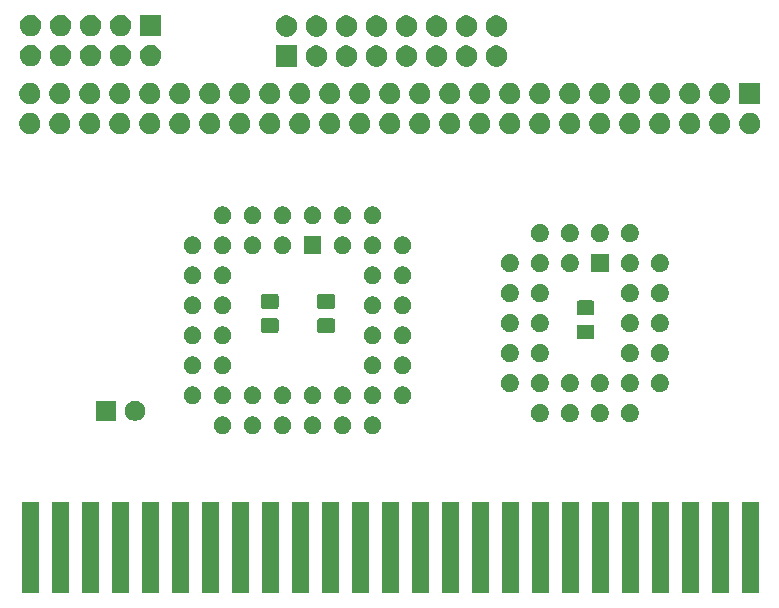
<source format=gbr>
G04 #@! TF.GenerationSoftware,KiCad,Pcbnew,5.1.5+dfsg1-2build2*
G04 #@! TF.CreationDate,2021-12-26T10:41:45+01:00*
G04 #@! TF.ProjectId,MSX USB Drive,4d535820-5553-4422-9044-726976652e6b,rev?*
G04 #@! TF.SameCoordinates,Original*
G04 #@! TF.FileFunction,Soldermask,Bot*
G04 #@! TF.FilePolarity,Negative*
%FSLAX46Y46*%
G04 Gerber Fmt 4.6, Leading zero omitted, Abs format (unit mm)*
G04 Created by KiCad (PCBNEW 5.1.5+dfsg1-2build2) date 2021-12-26 10:41:45*
%MOMM*%
%LPD*%
G04 APERTURE LIST*
%ADD10C,0.100000*%
G04 APERTURE END LIST*
D10*
G36*
X676326000Y662699000D02*
G01*
X674954000Y662699000D01*
X674954000Y670421000D01*
X676326000Y670421000D01*
X676326000Y662699000D01*
G37*
G36*
X638226000Y662699000D02*
G01*
X636854000Y662699000D01*
X636854000Y670421000D01*
X638226000Y670421000D01*
X638226000Y662699000D01*
G37*
G36*
X617906000Y662699000D02*
G01*
X616534000Y662699000D01*
X616534000Y670421000D01*
X617906000Y670421000D01*
X617906000Y662699000D01*
G37*
G36*
X620446000Y662699000D02*
G01*
X619074000Y662699000D01*
X619074000Y670421000D01*
X620446000Y670421000D01*
X620446000Y662699000D01*
G37*
G36*
X663626000Y662699000D02*
G01*
X662254000Y662699000D01*
X662254000Y670421000D01*
X663626000Y670421000D01*
X663626000Y662699000D01*
G37*
G36*
X666166000Y662699000D02*
G01*
X664794000Y662699000D01*
X664794000Y670421000D01*
X666166000Y670421000D01*
X666166000Y662699000D01*
G37*
G36*
X658546000Y662699000D02*
G01*
X657174000Y662699000D01*
X657174000Y670421000D01*
X658546000Y670421000D01*
X658546000Y662699000D01*
G37*
G36*
X671246000Y662699000D02*
G01*
X669874000Y662699000D01*
X669874000Y670421000D01*
X671246000Y670421000D01*
X671246000Y662699000D01*
G37*
G36*
X668706000Y662699000D02*
G01*
X667334000Y662699000D01*
X667334000Y670421000D01*
X668706000Y670421000D01*
X668706000Y662699000D01*
G37*
G36*
X661086000Y662699000D02*
G01*
X659714000Y662699000D01*
X659714000Y670421000D01*
X661086000Y670421000D01*
X661086000Y662699000D01*
G37*
G36*
X643306000Y662699000D02*
G01*
X641934000Y662699000D01*
X641934000Y670421000D01*
X643306000Y670421000D01*
X643306000Y662699000D01*
G37*
G36*
X640766000Y662699000D02*
G01*
X639394000Y662699000D01*
X639394000Y670421000D01*
X640766000Y670421000D01*
X640766000Y662699000D01*
G37*
G36*
X673786000Y662699000D02*
G01*
X672414000Y662699000D01*
X672414000Y670421000D01*
X673786000Y670421000D01*
X673786000Y662699000D01*
G37*
G36*
X656006000Y662699000D02*
G01*
X654634000Y662699000D01*
X654634000Y670421000D01*
X656006000Y670421000D01*
X656006000Y662699000D01*
G37*
G36*
X653466000Y662699000D02*
G01*
X652094000Y662699000D01*
X652094000Y670421000D01*
X653466000Y670421000D01*
X653466000Y662699000D01*
G37*
G36*
X648386000Y662699000D02*
G01*
X647014000Y662699000D01*
X647014000Y670421000D01*
X648386000Y670421000D01*
X648386000Y662699000D01*
G37*
G36*
X645846000Y662699000D02*
G01*
X644474000Y662699000D01*
X644474000Y670421000D01*
X645846000Y670421000D01*
X645846000Y662699000D01*
G37*
G36*
X635686000Y662699000D02*
G01*
X634314000Y662699000D01*
X634314000Y670421000D01*
X635686000Y670421000D01*
X635686000Y662699000D01*
G37*
G36*
X633146000Y662699000D02*
G01*
X631774000Y662699000D01*
X631774000Y670421000D01*
X633146000Y670421000D01*
X633146000Y662699000D01*
G37*
G36*
X630606000Y662699000D02*
G01*
X629234000Y662699000D01*
X629234000Y670421000D01*
X630606000Y670421000D01*
X630606000Y662699000D01*
G37*
G36*
X628066000Y662699000D02*
G01*
X626694000Y662699000D01*
X626694000Y670421000D01*
X628066000Y670421000D01*
X628066000Y662699000D01*
G37*
G36*
X622986000Y662699000D02*
G01*
X621614000Y662699000D01*
X621614000Y670421000D01*
X622986000Y670421000D01*
X622986000Y662699000D01*
G37*
G36*
X625526000Y662699000D02*
G01*
X624154000Y662699000D01*
X624154000Y670421000D01*
X625526000Y670421000D01*
X625526000Y662699000D01*
G37*
G36*
X615366000Y662699000D02*
G01*
X613994000Y662699000D01*
X613994000Y670421000D01*
X615366000Y670421000D01*
X615366000Y662699000D01*
G37*
G36*
X650926000Y662699000D02*
G01*
X649554000Y662699000D01*
X649554000Y670421000D01*
X650926000Y670421000D01*
X650926000Y662699000D01*
G37*
G36*
X638650425Y677655401D02*
G01*
X638774621Y677630698D01*
X638911022Y677574199D01*
X639033779Y677492175D01*
X639138175Y677387779D01*
X639220199Y677265022D01*
X639276698Y677128621D01*
X639305500Y676983819D01*
X639305500Y676836181D01*
X639276698Y676691379D01*
X639220199Y676554978D01*
X639138175Y676432221D01*
X639033779Y676327825D01*
X638911022Y676245801D01*
X638774621Y676189302D01*
X638650425Y676164599D01*
X638629820Y676160500D01*
X638482180Y676160500D01*
X638461575Y676164599D01*
X638337379Y676189302D01*
X638200978Y676245801D01*
X638078221Y676327825D01*
X637973825Y676432221D01*
X637891801Y676554978D01*
X637835302Y676691379D01*
X637806500Y676836181D01*
X637806500Y676983819D01*
X637835302Y677128621D01*
X637891801Y677265022D01*
X637973825Y677387779D01*
X638078221Y677492175D01*
X638200978Y677574199D01*
X638337379Y677630698D01*
X638461575Y677655401D01*
X638482180Y677659500D01*
X638629820Y677659500D01*
X638650425Y677655401D01*
G37*
G36*
X633570425Y677655401D02*
G01*
X633694621Y677630698D01*
X633831022Y677574199D01*
X633953779Y677492175D01*
X634058175Y677387779D01*
X634140199Y677265022D01*
X634196698Y677128621D01*
X634225500Y676983819D01*
X634225500Y676836181D01*
X634196698Y676691379D01*
X634140199Y676554978D01*
X634058175Y676432221D01*
X633953779Y676327825D01*
X633831022Y676245801D01*
X633694621Y676189302D01*
X633570425Y676164599D01*
X633549820Y676160500D01*
X633402180Y676160500D01*
X633381575Y676164599D01*
X633257379Y676189302D01*
X633120978Y676245801D01*
X632998221Y676327825D01*
X632893825Y676432221D01*
X632811801Y676554978D01*
X632755302Y676691379D01*
X632726500Y676836181D01*
X632726500Y676983819D01*
X632755302Y677128621D01*
X632811801Y677265022D01*
X632893825Y677387779D01*
X632998221Y677492175D01*
X633120978Y677574199D01*
X633257379Y677630698D01*
X633381575Y677655401D01*
X633402180Y677659500D01*
X633549820Y677659500D01*
X633570425Y677655401D01*
G37*
G36*
X631030425Y677655401D02*
G01*
X631154621Y677630698D01*
X631291022Y677574199D01*
X631413779Y677492175D01*
X631518175Y677387779D01*
X631600199Y677265022D01*
X631656698Y677128621D01*
X631685500Y676983819D01*
X631685500Y676836181D01*
X631656698Y676691379D01*
X631600199Y676554978D01*
X631518175Y676432221D01*
X631413779Y676327825D01*
X631291022Y676245801D01*
X631154621Y676189302D01*
X631030425Y676164599D01*
X631009820Y676160500D01*
X630862180Y676160500D01*
X630841575Y676164599D01*
X630717379Y676189302D01*
X630580978Y676245801D01*
X630458221Y676327825D01*
X630353825Y676432221D01*
X630271801Y676554978D01*
X630215302Y676691379D01*
X630186500Y676836181D01*
X630186500Y676983819D01*
X630215302Y677128621D01*
X630271801Y677265022D01*
X630353825Y677387779D01*
X630458221Y677492175D01*
X630580978Y677574199D01*
X630717379Y677630698D01*
X630841575Y677655401D01*
X630862180Y677659500D01*
X631009820Y677659500D01*
X631030425Y677655401D01*
G37*
G36*
X643730425Y677655401D02*
G01*
X643854621Y677630698D01*
X643991022Y677574199D01*
X644113779Y677492175D01*
X644218175Y677387779D01*
X644300199Y677265022D01*
X644356698Y677128621D01*
X644385500Y676983819D01*
X644385500Y676836181D01*
X644356698Y676691379D01*
X644300199Y676554978D01*
X644218175Y676432221D01*
X644113779Y676327825D01*
X643991022Y676245801D01*
X643854621Y676189302D01*
X643730425Y676164599D01*
X643709820Y676160500D01*
X643562180Y676160500D01*
X643541575Y676164599D01*
X643417379Y676189302D01*
X643280978Y676245801D01*
X643158221Y676327825D01*
X643053825Y676432221D01*
X642971801Y676554978D01*
X642915302Y676691379D01*
X642886500Y676836181D01*
X642886500Y676983819D01*
X642915302Y677128621D01*
X642971801Y677265022D01*
X643053825Y677387779D01*
X643158221Y677492175D01*
X643280978Y677574199D01*
X643417379Y677630698D01*
X643541575Y677655401D01*
X643562180Y677659500D01*
X643709820Y677659500D01*
X643730425Y677655401D01*
G37*
G36*
X641190425Y677655401D02*
G01*
X641314621Y677630698D01*
X641451022Y677574199D01*
X641573779Y677492175D01*
X641678175Y677387779D01*
X641760199Y677265022D01*
X641816698Y677128621D01*
X641845500Y676983819D01*
X641845500Y676836181D01*
X641816698Y676691379D01*
X641760199Y676554978D01*
X641678175Y676432221D01*
X641573779Y676327825D01*
X641451022Y676245801D01*
X641314621Y676189302D01*
X641190425Y676164599D01*
X641169820Y676160500D01*
X641022180Y676160500D01*
X641001575Y676164599D01*
X640877379Y676189302D01*
X640740978Y676245801D01*
X640618221Y676327825D01*
X640513825Y676432221D01*
X640431801Y676554978D01*
X640375302Y676691379D01*
X640346500Y676836181D01*
X640346500Y676983819D01*
X640375302Y677128621D01*
X640431801Y677265022D01*
X640513825Y677387779D01*
X640618221Y677492175D01*
X640740978Y677574199D01*
X640877379Y677630698D01*
X641001575Y677655401D01*
X641022180Y677659500D01*
X641169820Y677659500D01*
X641190425Y677655401D01*
G37*
G36*
X636110425Y677655401D02*
G01*
X636234621Y677630698D01*
X636371022Y677574199D01*
X636493779Y677492175D01*
X636598175Y677387779D01*
X636680199Y677265022D01*
X636736698Y677128621D01*
X636765500Y676983819D01*
X636765500Y676836181D01*
X636736698Y676691379D01*
X636680199Y676554978D01*
X636598175Y676432221D01*
X636493779Y676327825D01*
X636371022Y676245801D01*
X636234621Y676189302D01*
X636110425Y676164599D01*
X636089820Y676160500D01*
X635942180Y676160500D01*
X635921575Y676164599D01*
X635797379Y676189302D01*
X635660978Y676245801D01*
X635538221Y676327825D01*
X635433825Y676432221D01*
X635351801Y676554978D01*
X635295302Y676691379D01*
X635266500Y676836181D01*
X635266500Y676983819D01*
X635295302Y677128621D01*
X635351801Y677265022D01*
X635433825Y677387779D01*
X635538221Y677492175D01*
X635660978Y677574199D01*
X635797379Y677630698D01*
X635921575Y677655401D01*
X635942180Y677659500D01*
X636089820Y677659500D01*
X636110425Y677655401D01*
G37*
G36*
X663098325Y678658910D02*
G01*
X663237038Y678601453D01*
X663361872Y678518042D01*
X663468042Y678411872D01*
X663551453Y678287038D01*
X663608910Y678148325D01*
X663638200Y678001071D01*
X663638200Y677850929D01*
X663608910Y677703675D01*
X663551453Y677564962D01*
X663468042Y677440128D01*
X663361872Y677333958D01*
X663237038Y677250547D01*
X663098325Y677193090D01*
X662951071Y677163800D01*
X662800929Y677163800D01*
X662653675Y677193090D01*
X662514962Y677250547D01*
X662390128Y677333958D01*
X662283958Y677440128D01*
X662200547Y677564962D01*
X662143090Y677703675D01*
X662113800Y677850929D01*
X662113800Y678001071D01*
X662143090Y678148325D01*
X662200547Y678287038D01*
X662283958Y678411872D01*
X662390128Y678518042D01*
X662514962Y678601453D01*
X662653675Y678658910D01*
X662800929Y678688200D01*
X662951071Y678688200D01*
X663098325Y678658910D01*
G37*
G36*
X665638325Y678658910D02*
G01*
X665777038Y678601453D01*
X665901872Y678518042D01*
X666008042Y678411872D01*
X666091453Y678287038D01*
X666148910Y678148325D01*
X666178200Y678001071D01*
X666178200Y677850929D01*
X666148910Y677703675D01*
X666091453Y677564962D01*
X666008042Y677440128D01*
X665901872Y677333958D01*
X665777038Y677250547D01*
X665638325Y677193090D01*
X665491071Y677163800D01*
X665340929Y677163800D01*
X665193675Y677193090D01*
X665054962Y677250547D01*
X664930128Y677333958D01*
X664823958Y677440128D01*
X664740547Y677564962D01*
X664683090Y677703675D01*
X664653800Y677850929D01*
X664653800Y678001071D01*
X664683090Y678148325D01*
X664740547Y678287038D01*
X664823958Y678411872D01*
X664930128Y678518042D01*
X665054962Y678601453D01*
X665193675Y678658910D01*
X665340929Y678688200D01*
X665491071Y678688200D01*
X665638325Y678658910D01*
G37*
G36*
X660558325Y678658910D02*
G01*
X660697038Y678601453D01*
X660821872Y678518042D01*
X660928042Y678411872D01*
X661011453Y678287038D01*
X661068910Y678148325D01*
X661098200Y678001071D01*
X661098200Y677850929D01*
X661068910Y677703675D01*
X661011453Y677564962D01*
X660928042Y677440128D01*
X660821872Y677333958D01*
X660697038Y677250547D01*
X660558325Y677193090D01*
X660411071Y677163800D01*
X660260929Y677163800D01*
X660113675Y677193090D01*
X659974962Y677250547D01*
X659850128Y677333958D01*
X659743958Y677440128D01*
X659660547Y677564962D01*
X659603090Y677703675D01*
X659573800Y677850929D01*
X659573800Y678001071D01*
X659603090Y678148325D01*
X659660547Y678287038D01*
X659743958Y678411872D01*
X659850128Y678518042D01*
X659974962Y678601453D01*
X660113675Y678658910D01*
X660260929Y678688200D01*
X660411071Y678688200D01*
X660558325Y678658910D01*
G37*
G36*
X658018325Y678658910D02*
G01*
X658157038Y678601453D01*
X658281872Y678518042D01*
X658388042Y678411872D01*
X658471453Y678287038D01*
X658528910Y678148325D01*
X658558200Y678001071D01*
X658558200Y677850929D01*
X658528910Y677703675D01*
X658471453Y677564962D01*
X658388042Y677440128D01*
X658281872Y677333958D01*
X658157038Y677250547D01*
X658018325Y677193090D01*
X657871071Y677163800D01*
X657720929Y677163800D01*
X657573675Y677193090D01*
X657434962Y677250547D01*
X657310128Y677333958D01*
X657203958Y677440128D01*
X657120547Y677564962D01*
X657063090Y677703675D01*
X657033800Y677850929D01*
X657033800Y678001071D01*
X657063090Y678148325D01*
X657120547Y678287038D01*
X657203958Y678411872D01*
X657310128Y678518042D01*
X657434962Y678601453D01*
X657573675Y678658910D01*
X657720929Y678688200D01*
X657871071Y678688200D01*
X658018325Y678658910D01*
G37*
G36*
X621881000Y677265000D02*
G01*
X620179000Y677265000D01*
X620179000Y678967000D01*
X621881000Y678967000D01*
X621881000Y677265000D01*
G37*
G36*
X623778228Y678934297D02*
G01*
X623933100Y678870147D01*
X624072481Y678777015D01*
X624191015Y678658481D01*
X624284147Y678519100D01*
X624348297Y678364228D01*
X624381000Y678199816D01*
X624381000Y678032184D01*
X624348297Y677867772D01*
X624284147Y677712900D01*
X624191015Y677573519D01*
X624072481Y677454985D01*
X623933100Y677361853D01*
X623778228Y677297703D01*
X623613816Y677265000D01*
X623446184Y677265000D01*
X623281772Y677297703D01*
X623126900Y677361853D01*
X622987519Y677454985D01*
X622868985Y677573519D01*
X622775853Y677712900D01*
X622711703Y677867772D01*
X622679000Y678032184D01*
X622679000Y678199816D01*
X622711703Y678364228D01*
X622775853Y678519100D01*
X622868985Y678658481D01*
X622987519Y678777015D01*
X623126900Y678870147D01*
X623281772Y678934297D01*
X623446184Y678967000D01*
X623613816Y678967000D01*
X623778228Y678934297D01*
G37*
G36*
X631030425Y680195401D02*
G01*
X631154621Y680170698D01*
X631291022Y680114199D01*
X631413779Y680032175D01*
X631518175Y679927779D01*
X631600199Y679805022D01*
X631656698Y679668621D01*
X631685500Y679523819D01*
X631685500Y679376181D01*
X631656698Y679231379D01*
X631600199Y679094978D01*
X631518175Y678972221D01*
X631413779Y678867825D01*
X631291022Y678785801D01*
X631154621Y678729302D01*
X631030425Y678704599D01*
X631009820Y678700500D01*
X630862180Y678700500D01*
X630841575Y678704599D01*
X630717379Y678729302D01*
X630580978Y678785801D01*
X630458221Y678867825D01*
X630353825Y678972221D01*
X630271801Y679094978D01*
X630215302Y679231379D01*
X630186500Y679376181D01*
X630186500Y679523819D01*
X630215302Y679668621D01*
X630271801Y679805022D01*
X630353825Y679927779D01*
X630458221Y680032175D01*
X630580978Y680114199D01*
X630717379Y680170698D01*
X630841575Y680195401D01*
X630862180Y680199500D01*
X631009820Y680199500D01*
X631030425Y680195401D01*
G37*
G36*
X643730425Y680195401D02*
G01*
X643854621Y680170698D01*
X643991022Y680114199D01*
X644113779Y680032175D01*
X644218175Y679927779D01*
X644300199Y679805022D01*
X644356698Y679668621D01*
X644385500Y679523819D01*
X644385500Y679376181D01*
X644356698Y679231379D01*
X644300199Y679094978D01*
X644218175Y678972221D01*
X644113779Y678867825D01*
X643991022Y678785801D01*
X643854621Y678729302D01*
X643730425Y678704599D01*
X643709820Y678700500D01*
X643562180Y678700500D01*
X643541575Y678704599D01*
X643417379Y678729302D01*
X643280978Y678785801D01*
X643158221Y678867825D01*
X643053825Y678972221D01*
X642971801Y679094978D01*
X642915302Y679231379D01*
X642886500Y679376181D01*
X642886500Y679523819D01*
X642915302Y679668621D01*
X642971801Y679805022D01*
X643053825Y679927779D01*
X643158221Y680032175D01*
X643280978Y680114199D01*
X643417379Y680170698D01*
X643541575Y680195401D01*
X643562180Y680199500D01*
X643709820Y680199500D01*
X643730425Y680195401D01*
G37*
G36*
X641190425Y680195401D02*
G01*
X641314621Y680170698D01*
X641451022Y680114199D01*
X641573779Y680032175D01*
X641678175Y679927779D01*
X641760199Y679805022D01*
X641816698Y679668621D01*
X641845500Y679523819D01*
X641845500Y679376181D01*
X641816698Y679231379D01*
X641760199Y679094978D01*
X641678175Y678972221D01*
X641573779Y678867825D01*
X641451022Y678785801D01*
X641314621Y678729302D01*
X641190425Y678704599D01*
X641169820Y678700500D01*
X641022180Y678700500D01*
X641001575Y678704599D01*
X640877379Y678729302D01*
X640740978Y678785801D01*
X640618221Y678867825D01*
X640513825Y678972221D01*
X640431801Y679094978D01*
X640375302Y679231379D01*
X640346500Y679376181D01*
X640346500Y679523819D01*
X640375302Y679668621D01*
X640431801Y679805022D01*
X640513825Y679927779D01*
X640618221Y680032175D01*
X640740978Y680114199D01*
X640877379Y680170698D01*
X641001575Y680195401D01*
X641022180Y680199500D01*
X641169820Y680199500D01*
X641190425Y680195401D01*
G37*
G36*
X638650425Y680195401D02*
G01*
X638774621Y680170698D01*
X638911022Y680114199D01*
X639033779Y680032175D01*
X639138175Y679927779D01*
X639220199Y679805022D01*
X639276698Y679668621D01*
X639305500Y679523819D01*
X639305500Y679376181D01*
X639276698Y679231379D01*
X639220199Y679094978D01*
X639138175Y678972221D01*
X639033779Y678867825D01*
X638911022Y678785801D01*
X638774621Y678729302D01*
X638650425Y678704599D01*
X638629820Y678700500D01*
X638482180Y678700500D01*
X638461575Y678704599D01*
X638337379Y678729302D01*
X638200978Y678785801D01*
X638078221Y678867825D01*
X637973825Y678972221D01*
X637891801Y679094978D01*
X637835302Y679231379D01*
X637806500Y679376181D01*
X637806500Y679523819D01*
X637835302Y679668621D01*
X637891801Y679805022D01*
X637973825Y679927779D01*
X638078221Y680032175D01*
X638200978Y680114199D01*
X638337379Y680170698D01*
X638461575Y680195401D01*
X638482180Y680199500D01*
X638629820Y680199500D01*
X638650425Y680195401D01*
G37*
G36*
X636110425Y680195401D02*
G01*
X636234621Y680170698D01*
X636371022Y680114199D01*
X636493779Y680032175D01*
X636598175Y679927779D01*
X636680199Y679805022D01*
X636736698Y679668621D01*
X636765500Y679523819D01*
X636765500Y679376181D01*
X636736698Y679231379D01*
X636680199Y679094978D01*
X636598175Y678972221D01*
X636493779Y678867825D01*
X636371022Y678785801D01*
X636234621Y678729302D01*
X636110425Y678704599D01*
X636089820Y678700500D01*
X635942180Y678700500D01*
X635921575Y678704599D01*
X635797379Y678729302D01*
X635660978Y678785801D01*
X635538221Y678867825D01*
X635433825Y678972221D01*
X635351801Y679094978D01*
X635295302Y679231379D01*
X635266500Y679376181D01*
X635266500Y679523819D01*
X635295302Y679668621D01*
X635351801Y679805022D01*
X635433825Y679927779D01*
X635538221Y680032175D01*
X635660978Y680114199D01*
X635797379Y680170698D01*
X635921575Y680195401D01*
X635942180Y680199500D01*
X636089820Y680199500D01*
X636110425Y680195401D01*
G37*
G36*
X633570425Y680195401D02*
G01*
X633694621Y680170698D01*
X633831022Y680114199D01*
X633953779Y680032175D01*
X634058175Y679927779D01*
X634140199Y679805022D01*
X634196698Y679668621D01*
X634225500Y679523819D01*
X634225500Y679376181D01*
X634196698Y679231379D01*
X634140199Y679094978D01*
X634058175Y678972221D01*
X633953779Y678867825D01*
X633831022Y678785801D01*
X633694621Y678729302D01*
X633570425Y678704599D01*
X633549820Y678700500D01*
X633402180Y678700500D01*
X633381575Y678704599D01*
X633257379Y678729302D01*
X633120978Y678785801D01*
X632998221Y678867825D01*
X632893825Y678972221D01*
X632811801Y679094978D01*
X632755302Y679231379D01*
X632726500Y679376181D01*
X632726500Y679523819D01*
X632755302Y679668621D01*
X632811801Y679805022D01*
X632893825Y679927779D01*
X632998221Y680032175D01*
X633120978Y680114199D01*
X633257379Y680170698D01*
X633381575Y680195401D01*
X633402180Y680199500D01*
X633549820Y680199500D01*
X633570425Y680195401D01*
G37*
G36*
X646270425Y680195401D02*
G01*
X646394621Y680170698D01*
X646531022Y680114199D01*
X646653779Y680032175D01*
X646758175Y679927779D01*
X646840199Y679805022D01*
X646896698Y679668621D01*
X646925500Y679523819D01*
X646925500Y679376181D01*
X646896698Y679231379D01*
X646840199Y679094978D01*
X646758175Y678972221D01*
X646653779Y678867825D01*
X646531022Y678785801D01*
X646394621Y678729302D01*
X646270425Y678704599D01*
X646249820Y678700500D01*
X646102180Y678700500D01*
X646081575Y678704599D01*
X645957379Y678729302D01*
X645820978Y678785801D01*
X645698221Y678867825D01*
X645593825Y678972221D01*
X645511801Y679094978D01*
X645455302Y679231379D01*
X645426500Y679376181D01*
X645426500Y679523819D01*
X645455302Y679668621D01*
X645511801Y679805022D01*
X645593825Y679927779D01*
X645698221Y680032175D01*
X645820978Y680114199D01*
X645957379Y680170698D01*
X646081575Y680195401D01*
X646102180Y680199500D01*
X646249820Y680199500D01*
X646270425Y680195401D01*
G37*
G36*
X628490425Y680195401D02*
G01*
X628614621Y680170698D01*
X628751022Y680114199D01*
X628873779Y680032175D01*
X628978175Y679927779D01*
X629060199Y679805022D01*
X629116698Y679668621D01*
X629145500Y679523819D01*
X629145500Y679376181D01*
X629116698Y679231379D01*
X629060199Y679094978D01*
X628978175Y678972221D01*
X628873779Y678867825D01*
X628751022Y678785801D01*
X628614621Y678729302D01*
X628490425Y678704599D01*
X628469820Y678700500D01*
X628322180Y678700500D01*
X628301575Y678704599D01*
X628177379Y678729302D01*
X628040978Y678785801D01*
X627918221Y678867825D01*
X627813825Y678972221D01*
X627731801Y679094978D01*
X627675302Y679231379D01*
X627646500Y679376181D01*
X627646500Y679523819D01*
X627675302Y679668621D01*
X627731801Y679805022D01*
X627813825Y679927779D01*
X627918221Y680032175D01*
X628040978Y680114199D01*
X628177379Y680170698D01*
X628301575Y680195401D01*
X628322180Y680199500D01*
X628469820Y680199500D01*
X628490425Y680195401D01*
G37*
G36*
X658018325Y681198910D02*
G01*
X658157038Y681141453D01*
X658281872Y681058042D01*
X658388042Y680951872D01*
X658471453Y680827038D01*
X658528910Y680688325D01*
X658558200Y680541071D01*
X658558200Y680390929D01*
X658528910Y680243675D01*
X658471453Y680104962D01*
X658388042Y679980128D01*
X658281872Y679873958D01*
X658157038Y679790547D01*
X658018325Y679733090D01*
X657871071Y679703800D01*
X657720929Y679703800D01*
X657573675Y679733090D01*
X657434962Y679790547D01*
X657310128Y679873958D01*
X657203958Y679980128D01*
X657120547Y680104962D01*
X657063090Y680243675D01*
X657033800Y680390929D01*
X657033800Y680541071D01*
X657063090Y680688325D01*
X657120547Y680827038D01*
X657203958Y680951872D01*
X657310128Y681058042D01*
X657434962Y681141453D01*
X657573675Y681198910D01*
X657720929Y681228200D01*
X657871071Y681228200D01*
X658018325Y681198910D01*
G37*
G36*
X665638325Y681198910D02*
G01*
X665777038Y681141453D01*
X665901872Y681058042D01*
X666008042Y680951872D01*
X666091453Y680827038D01*
X666148910Y680688325D01*
X666178200Y680541071D01*
X666178200Y680390929D01*
X666148910Y680243675D01*
X666091453Y680104962D01*
X666008042Y679980128D01*
X665901872Y679873958D01*
X665777038Y679790547D01*
X665638325Y679733090D01*
X665491071Y679703800D01*
X665340929Y679703800D01*
X665193675Y679733090D01*
X665054962Y679790547D01*
X664930128Y679873958D01*
X664823958Y679980128D01*
X664740547Y680104962D01*
X664683090Y680243675D01*
X664653800Y680390929D01*
X664653800Y680541071D01*
X664683090Y680688325D01*
X664740547Y680827038D01*
X664823958Y680951872D01*
X664930128Y681058042D01*
X665054962Y681141453D01*
X665193675Y681198910D01*
X665340929Y681228200D01*
X665491071Y681228200D01*
X665638325Y681198910D01*
G37*
G36*
X663098325Y681198910D02*
G01*
X663237038Y681141453D01*
X663361872Y681058042D01*
X663468042Y680951872D01*
X663551453Y680827038D01*
X663608910Y680688325D01*
X663638200Y680541071D01*
X663638200Y680390929D01*
X663608910Y680243675D01*
X663551453Y680104962D01*
X663468042Y679980128D01*
X663361872Y679873958D01*
X663237038Y679790547D01*
X663098325Y679733090D01*
X662951071Y679703800D01*
X662800929Y679703800D01*
X662653675Y679733090D01*
X662514962Y679790547D01*
X662390128Y679873958D01*
X662283958Y679980128D01*
X662200547Y680104962D01*
X662143090Y680243675D01*
X662113800Y680390929D01*
X662113800Y680541071D01*
X662143090Y680688325D01*
X662200547Y680827038D01*
X662283958Y680951872D01*
X662390128Y681058042D01*
X662514962Y681141453D01*
X662653675Y681198910D01*
X662800929Y681228200D01*
X662951071Y681228200D01*
X663098325Y681198910D01*
G37*
G36*
X660558325Y681198910D02*
G01*
X660697038Y681141453D01*
X660821872Y681058042D01*
X660928042Y680951872D01*
X661011453Y680827038D01*
X661068910Y680688325D01*
X661098200Y680541071D01*
X661098200Y680390929D01*
X661068910Y680243675D01*
X661011453Y680104962D01*
X660928042Y679980128D01*
X660821872Y679873958D01*
X660697038Y679790547D01*
X660558325Y679733090D01*
X660411071Y679703800D01*
X660260929Y679703800D01*
X660113675Y679733090D01*
X659974962Y679790547D01*
X659850128Y679873958D01*
X659743958Y679980128D01*
X659660547Y680104962D01*
X659603090Y680243675D01*
X659573800Y680390929D01*
X659573800Y680541071D01*
X659603090Y680688325D01*
X659660547Y680827038D01*
X659743958Y680951872D01*
X659850128Y681058042D01*
X659974962Y681141453D01*
X660113675Y681198910D01*
X660260929Y681228200D01*
X660411071Y681228200D01*
X660558325Y681198910D01*
G37*
G36*
X668178325Y681198910D02*
G01*
X668317038Y681141453D01*
X668441872Y681058042D01*
X668548042Y680951872D01*
X668631453Y680827038D01*
X668688910Y680688325D01*
X668718200Y680541071D01*
X668718200Y680390929D01*
X668688910Y680243675D01*
X668631453Y680104962D01*
X668548042Y679980128D01*
X668441872Y679873958D01*
X668317038Y679790547D01*
X668178325Y679733090D01*
X668031071Y679703800D01*
X667880929Y679703800D01*
X667733675Y679733090D01*
X667594962Y679790547D01*
X667470128Y679873958D01*
X667363958Y679980128D01*
X667280547Y680104962D01*
X667223090Y680243675D01*
X667193800Y680390929D01*
X667193800Y680541071D01*
X667223090Y680688325D01*
X667280547Y680827038D01*
X667363958Y680951872D01*
X667470128Y681058042D01*
X667594962Y681141453D01*
X667733675Y681198910D01*
X667880929Y681228200D01*
X668031071Y681228200D01*
X668178325Y681198910D01*
G37*
G36*
X655478325Y681198910D02*
G01*
X655617038Y681141453D01*
X655741872Y681058042D01*
X655848042Y680951872D01*
X655931453Y680827038D01*
X655988910Y680688325D01*
X656018200Y680541071D01*
X656018200Y680390929D01*
X655988910Y680243675D01*
X655931453Y680104962D01*
X655848042Y679980128D01*
X655741872Y679873958D01*
X655617038Y679790547D01*
X655478325Y679733090D01*
X655331071Y679703800D01*
X655180929Y679703800D01*
X655033675Y679733090D01*
X654894962Y679790547D01*
X654770128Y679873958D01*
X654663958Y679980128D01*
X654580547Y680104962D01*
X654523090Y680243675D01*
X654493800Y680390929D01*
X654493800Y680541071D01*
X654523090Y680688325D01*
X654580547Y680827038D01*
X654663958Y680951872D01*
X654770128Y681058042D01*
X654894962Y681141453D01*
X655033675Y681198910D01*
X655180929Y681228200D01*
X655331071Y681228200D01*
X655478325Y681198910D01*
G37*
G36*
X628490425Y682735401D02*
G01*
X628614621Y682710698D01*
X628751022Y682654199D01*
X628873779Y682572175D01*
X628978175Y682467779D01*
X629060199Y682345022D01*
X629116698Y682208621D01*
X629145500Y682063819D01*
X629145500Y681916181D01*
X629116698Y681771379D01*
X629060199Y681634978D01*
X628978175Y681512221D01*
X628873779Y681407825D01*
X628751022Y681325801D01*
X628614621Y681269302D01*
X628490425Y681244599D01*
X628469820Y681240500D01*
X628322180Y681240500D01*
X628301575Y681244599D01*
X628177379Y681269302D01*
X628040978Y681325801D01*
X627918221Y681407825D01*
X627813825Y681512221D01*
X627731801Y681634978D01*
X627675302Y681771379D01*
X627646500Y681916181D01*
X627646500Y682063819D01*
X627675302Y682208621D01*
X627731801Y682345022D01*
X627813825Y682467779D01*
X627918221Y682572175D01*
X628040978Y682654199D01*
X628177379Y682710698D01*
X628301575Y682735401D01*
X628322180Y682739500D01*
X628469820Y682739500D01*
X628490425Y682735401D01*
G37*
G36*
X643730425Y682735401D02*
G01*
X643854621Y682710698D01*
X643991022Y682654199D01*
X644113779Y682572175D01*
X644218175Y682467779D01*
X644300199Y682345022D01*
X644356698Y682208621D01*
X644385500Y682063819D01*
X644385500Y681916181D01*
X644356698Y681771379D01*
X644300199Y681634978D01*
X644218175Y681512221D01*
X644113779Y681407825D01*
X643991022Y681325801D01*
X643854621Y681269302D01*
X643730425Y681244599D01*
X643709820Y681240500D01*
X643562180Y681240500D01*
X643541575Y681244599D01*
X643417379Y681269302D01*
X643280978Y681325801D01*
X643158221Y681407825D01*
X643053825Y681512221D01*
X642971801Y681634978D01*
X642915302Y681771379D01*
X642886500Y681916181D01*
X642886500Y682063819D01*
X642915302Y682208621D01*
X642971801Y682345022D01*
X643053825Y682467779D01*
X643158221Y682572175D01*
X643280978Y682654199D01*
X643417379Y682710698D01*
X643541575Y682735401D01*
X643562180Y682739500D01*
X643709820Y682739500D01*
X643730425Y682735401D01*
G37*
G36*
X646270425Y682735401D02*
G01*
X646394621Y682710698D01*
X646531022Y682654199D01*
X646653779Y682572175D01*
X646758175Y682467779D01*
X646840199Y682345022D01*
X646896698Y682208621D01*
X646925500Y682063819D01*
X646925500Y681916181D01*
X646896698Y681771379D01*
X646840199Y681634978D01*
X646758175Y681512221D01*
X646653779Y681407825D01*
X646531022Y681325801D01*
X646394621Y681269302D01*
X646270425Y681244599D01*
X646249820Y681240500D01*
X646102180Y681240500D01*
X646081575Y681244599D01*
X645957379Y681269302D01*
X645820978Y681325801D01*
X645698221Y681407825D01*
X645593825Y681512221D01*
X645511801Y681634978D01*
X645455302Y681771379D01*
X645426500Y681916181D01*
X645426500Y682063819D01*
X645455302Y682208621D01*
X645511801Y682345022D01*
X645593825Y682467779D01*
X645698221Y682572175D01*
X645820978Y682654199D01*
X645957379Y682710698D01*
X646081575Y682735401D01*
X646102180Y682739500D01*
X646249820Y682739500D01*
X646270425Y682735401D01*
G37*
G36*
X631030425Y682735401D02*
G01*
X631154621Y682710698D01*
X631291022Y682654199D01*
X631413779Y682572175D01*
X631518175Y682467779D01*
X631600199Y682345022D01*
X631656698Y682208621D01*
X631685500Y682063819D01*
X631685500Y681916181D01*
X631656698Y681771379D01*
X631600199Y681634978D01*
X631518175Y681512221D01*
X631413779Y681407825D01*
X631291022Y681325801D01*
X631154621Y681269302D01*
X631030425Y681244599D01*
X631009820Y681240500D01*
X630862180Y681240500D01*
X630841575Y681244599D01*
X630717379Y681269302D01*
X630580978Y681325801D01*
X630458221Y681407825D01*
X630353825Y681512221D01*
X630271801Y681634978D01*
X630215302Y681771379D01*
X630186500Y681916181D01*
X630186500Y682063819D01*
X630215302Y682208621D01*
X630271801Y682345022D01*
X630353825Y682467779D01*
X630458221Y682572175D01*
X630580978Y682654199D01*
X630717379Y682710698D01*
X630841575Y682735401D01*
X630862180Y682739500D01*
X631009820Y682739500D01*
X631030425Y682735401D01*
G37*
G36*
X668178325Y683738910D02*
G01*
X668317038Y683681453D01*
X668441872Y683598042D01*
X668548042Y683491872D01*
X668631453Y683367038D01*
X668688910Y683228325D01*
X668718200Y683081071D01*
X668718200Y682930929D01*
X668688910Y682783675D01*
X668631453Y682644962D01*
X668548042Y682520128D01*
X668441872Y682413958D01*
X668317038Y682330547D01*
X668178325Y682273090D01*
X668031071Y682243800D01*
X667880929Y682243800D01*
X667733675Y682273090D01*
X667594962Y682330547D01*
X667470128Y682413958D01*
X667363958Y682520128D01*
X667280547Y682644962D01*
X667223090Y682783675D01*
X667193800Y682930929D01*
X667193800Y683081071D01*
X667223090Y683228325D01*
X667280547Y683367038D01*
X667363958Y683491872D01*
X667470128Y683598042D01*
X667594962Y683681453D01*
X667733675Y683738910D01*
X667880929Y683768200D01*
X668031071Y683768200D01*
X668178325Y683738910D01*
G37*
G36*
X658018325Y683738910D02*
G01*
X658157038Y683681453D01*
X658281872Y683598042D01*
X658388042Y683491872D01*
X658471453Y683367038D01*
X658528910Y683228325D01*
X658558200Y683081071D01*
X658558200Y682930929D01*
X658528910Y682783675D01*
X658471453Y682644962D01*
X658388042Y682520128D01*
X658281872Y682413958D01*
X658157038Y682330547D01*
X658018325Y682273090D01*
X657871071Y682243800D01*
X657720929Y682243800D01*
X657573675Y682273090D01*
X657434962Y682330547D01*
X657310128Y682413958D01*
X657203958Y682520128D01*
X657120547Y682644962D01*
X657063090Y682783675D01*
X657033800Y682930929D01*
X657033800Y683081071D01*
X657063090Y683228325D01*
X657120547Y683367038D01*
X657203958Y683491872D01*
X657310128Y683598042D01*
X657434962Y683681453D01*
X657573675Y683738910D01*
X657720929Y683768200D01*
X657871071Y683768200D01*
X658018325Y683738910D01*
G37*
G36*
X655478325Y683738910D02*
G01*
X655617038Y683681453D01*
X655741872Y683598042D01*
X655848042Y683491872D01*
X655931453Y683367038D01*
X655988910Y683228325D01*
X656018200Y683081071D01*
X656018200Y682930929D01*
X655988910Y682783675D01*
X655931453Y682644962D01*
X655848042Y682520128D01*
X655741872Y682413958D01*
X655617038Y682330547D01*
X655478325Y682273090D01*
X655331071Y682243800D01*
X655180929Y682243800D01*
X655033675Y682273090D01*
X654894962Y682330547D01*
X654770128Y682413958D01*
X654663958Y682520128D01*
X654580547Y682644962D01*
X654523090Y682783675D01*
X654493800Y682930929D01*
X654493800Y683081071D01*
X654523090Y683228325D01*
X654580547Y683367038D01*
X654663958Y683491872D01*
X654770128Y683598042D01*
X654894962Y683681453D01*
X655033675Y683738910D01*
X655180929Y683768200D01*
X655331071Y683768200D01*
X655478325Y683738910D01*
G37*
G36*
X665638325Y683738910D02*
G01*
X665777038Y683681453D01*
X665901872Y683598042D01*
X666008042Y683491872D01*
X666091453Y683367038D01*
X666148910Y683228325D01*
X666178200Y683081071D01*
X666178200Y682930929D01*
X666148910Y682783675D01*
X666091453Y682644962D01*
X666008042Y682520128D01*
X665901872Y682413958D01*
X665777038Y682330547D01*
X665638325Y682273090D01*
X665491071Y682243800D01*
X665340929Y682243800D01*
X665193675Y682273090D01*
X665054962Y682330547D01*
X664930128Y682413958D01*
X664823958Y682520128D01*
X664740547Y682644962D01*
X664683090Y682783675D01*
X664653800Y682930929D01*
X664653800Y683081071D01*
X664683090Y683228325D01*
X664740547Y683367038D01*
X664823958Y683491872D01*
X664930128Y683598042D01*
X665054962Y683681453D01*
X665193675Y683738910D01*
X665340929Y683768200D01*
X665491071Y683768200D01*
X665638325Y683738910D01*
G37*
G36*
X628490425Y685275401D02*
G01*
X628614621Y685250698D01*
X628751022Y685194199D01*
X628873779Y685112175D01*
X628978175Y685007779D01*
X629060199Y684885022D01*
X629116698Y684748621D01*
X629145500Y684603819D01*
X629145500Y684456181D01*
X629116698Y684311379D01*
X629060199Y684174978D01*
X628978175Y684052221D01*
X628873779Y683947825D01*
X628751022Y683865801D01*
X628614621Y683809302D01*
X628490425Y683784599D01*
X628469820Y683780500D01*
X628322180Y683780500D01*
X628301575Y683784599D01*
X628177379Y683809302D01*
X628040978Y683865801D01*
X627918221Y683947825D01*
X627813825Y684052221D01*
X627731801Y684174978D01*
X627675302Y684311379D01*
X627646500Y684456181D01*
X627646500Y684603819D01*
X627675302Y684748621D01*
X627731801Y684885022D01*
X627813825Y685007779D01*
X627918221Y685112175D01*
X628040978Y685194199D01*
X628177379Y685250698D01*
X628301575Y685275401D01*
X628322180Y685279500D01*
X628469820Y685279500D01*
X628490425Y685275401D01*
G37*
G36*
X646270425Y685275401D02*
G01*
X646394621Y685250698D01*
X646531022Y685194199D01*
X646653779Y685112175D01*
X646758175Y685007779D01*
X646840199Y684885022D01*
X646896698Y684748621D01*
X646925500Y684603819D01*
X646925500Y684456181D01*
X646896698Y684311379D01*
X646840199Y684174978D01*
X646758175Y684052221D01*
X646653779Y683947825D01*
X646531022Y683865801D01*
X646394621Y683809302D01*
X646270425Y683784599D01*
X646249820Y683780500D01*
X646102180Y683780500D01*
X646081575Y683784599D01*
X645957379Y683809302D01*
X645820978Y683865801D01*
X645698221Y683947825D01*
X645593825Y684052221D01*
X645511801Y684174978D01*
X645455302Y684311379D01*
X645426500Y684456181D01*
X645426500Y684603819D01*
X645455302Y684748621D01*
X645511801Y684885022D01*
X645593825Y685007779D01*
X645698221Y685112175D01*
X645820978Y685194199D01*
X645957379Y685250698D01*
X646081575Y685275401D01*
X646102180Y685279500D01*
X646249820Y685279500D01*
X646270425Y685275401D01*
G37*
G36*
X631030425Y685275401D02*
G01*
X631154621Y685250698D01*
X631291022Y685194199D01*
X631413779Y685112175D01*
X631518175Y685007779D01*
X631600199Y684885022D01*
X631656698Y684748621D01*
X631685500Y684603819D01*
X631685500Y684456181D01*
X631656698Y684311379D01*
X631600199Y684174978D01*
X631518175Y684052221D01*
X631413779Y683947825D01*
X631291022Y683865801D01*
X631154621Y683809302D01*
X631030425Y683784599D01*
X631009820Y683780500D01*
X630862180Y683780500D01*
X630841575Y683784599D01*
X630717379Y683809302D01*
X630580978Y683865801D01*
X630458221Y683947825D01*
X630353825Y684052221D01*
X630271801Y684174978D01*
X630215302Y684311379D01*
X630186500Y684456181D01*
X630186500Y684603819D01*
X630215302Y684748621D01*
X630271801Y684885022D01*
X630353825Y685007779D01*
X630458221Y685112175D01*
X630580978Y685194199D01*
X630717379Y685250698D01*
X630841575Y685275401D01*
X630862180Y685279500D01*
X631009820Y685279500D01*
X631030425Y685275401D01*
G37*
G36*
X643730425Y685275401D02*
G01*
X643854621Y685250698D01*
X643991022Y685194199D01*
X644113779Y685112175D01*
X644218175Y685007779D01*
X644300199Y684885022D01*
X644356698Y684748621D01*
X644385500Y684603819D01*
X644385500Y684456181D01*
X644356698Y684311379D01*
X644300199Y684174978D01*
X644218175Y684052221D01*
X644113779Y683947825D01*
X643991022Y683865801D01*
X643854621Y683809302D01*
X643730425Y683784599D01*
X643709820Y683780500D01*
X643562180Y683780500D01*
X643541575Y683784599D01*
X643417379Y683809302D01*
X643280978Y683865801D01*
X643158221Y683947825D01*
X643053825Y684052221D01*
X642971801Y684174978D01*
X642915302Y684311379D01*
X642886500Y684456181D01*
X642886500Y684603819D01*
X642915302Y684748621D01*
X642971801Y684885022D01*
X643053825Y685007779D01*
X643158221Y685112175D01*
X643280978Y685194199D01*
X643417379Y685250698D01*
X643541575Y685275401D01*
X643562180Y685279500D01*
X643709820Y685279500D01*
X643730425Y685275401D01*
G37*
G36*
X662258674Y685405535D02*
G01*
X662296367Y685394101D01*
X662331103Y685375534D01*
X662361548Y685350548D01*
X662386534Y685320103D01*
X662405101Y685285367D01*
X662416535Y685247674D01*
X662421000Y685202339D01*
X662421000Y684365661D01*
X662416535Y684320326D01*
X662405101Y684282633D01*
X662386534Y684247897D01*
X662361548Y684217452D01*
X662331103Y684192466D01*
X662296367Y684173899D01*
X662258674Y684162465D01*
X662213339Y684158000D01*
X661126661Y684158000D01*
X661081326Y684162465D01*
X661043633Y684173899D01*
X661008897Y684192466D01*
X660978452Y684217452D01*
X660953466Y684247897D01*
X660934899Y684282633D01*
X660923465Y684320326D01*
X660919000Y684365661D01*
X660919000Y685202339D01*
X660923465Y685247674D01*
X660934899Y685285367D01*
X660953466Y685320103D01*
X660978452Y685350548D01*
X661008897Y685375534D01*
X661043633Y685394101D01*
X661081326Y685405535D01*
X661126661Y685410000D01*
X662213339Y685410000D01*
X662258674Y685405535D01*
G37*
G36*
X640287674Y685958535D02*
G01*
X640325367Y685947101D01*
X640360103Y685928534D01*
X640390548Y685903548D01*
X640415534Y685873103D01*
X640434101Y685838367D01*
X640445535Y685800674D01*
X640450000Y685755339D01*
X640450000Y684918661D01*
X640445535Y684873326D01*
X640434101Y684835633D01*
X640415534Y684800897D01*
X640390548Y684770452D01*
X640360103Y684745466D01*
X640325367Y684726899D01*
X640287674Y684715465D01*
X640242339Y684711000D01*
X639155661Y684711000D01*
X639110326Y684715465D01*
X639072633Y684726899D01*
X639037897Y684745466D01*
X639007452Y684770452D01*
X638982466Y684800897D01*
X638963899Y684835633D01*
X638952465Y684873326D01*
X638948000Y684918661D01*
X638948000Y685755339D01*
X638952465Y685800674D01*
X638963899Y685838367D01*
X638982466Y685873103D01*
X639007452Y685903548D01*
X639037897Y685928534D01*
X639072633Y685947101D01*
X639110326Y685958535D01*
X639155661Y685963000D01*
X640242339Y685963000D01*
X640287674Y685958535D01*
G37*
G36*
X635524674Y685958535D02*
G01*
X635562367Y685947101D01*
X635597103Y685928534D01*
X635627548Y685903548D01*
X635652534Y685873103D01*
X635671101Y685838367D01*
X635682535Y685800674D01*
X635687000Y685755339D01*
X635687000Y684918661D01*
X635682535Y684873326D01*
X635671101Y684835633D01*
X635652534Y684800897D01*
X635627548Y684770452D01*
X635597103Y684745466D01*
X635562367Y684726899D01*
X635524674Y684715465D01*
X635479339Y684711000D01*
X634392661Y684711000D01*
X634347326Y684715465D01*
X634309633Y684726899D01*
X634274897Y684745466D01*
X634244452Y684770452D01*
X634219466Y684800897D01*
X634200899Y684835633D01*
X634189465Y684873326D01*
X634185000Y684918661D01*
X634185000Y685755339D01*
X634189465Y685800674D01*
X634200899Y685838367D01*
X634219466Y685873103D01*
X634244452Y685903548D01*
X634274897Y685928534D01*
X634309633Y685947101D01*
X634347326Y685958535D01*
X634392661Y685963000D01*
X635479339Y685963000D01*
X635524674Y685958535D01*
G37*
G36*
X665638325Y686278910D02*
G01*
X665777038Y686221453D01*
X665901872Y686138042D01*
X666008042Y686031872D01*
X666091453Y685907038D01*
X666148910Y685768325D01*
X666178200Y685621071D01*
X666178200Y685470929D01*
X666148910Y685323675D01*
X666091453Y685184962D01*
X666008042Y685060128D01*
X665901872Y684953958D01*
X665777038Y684870547D01*
X665638325Y684813090D01*
X665491071Y684783800D01*
X665340929Y684783800D01*
X665193675Y684813090D01*
X665054962Y684870547D01*
X664930128Y684953958D01*
X664823958Y685060128D01*
X664740547Y685184962D01*
X664683090Y685323675D01*
X664653800Y685470929D01*
X664653800Y685621071D01*
X664683090Y685768325D01*
X664740547Y685907038D01*
X664823958Y686031872D01*
X664930128Y686138042D01*
X665054962Y686221453D01*
X665193675Y686278910D01*
X665340929Y686308200D01*
X665491071Y686308200D01*
X665638325Y686278910D01*
G37*
G36*
X655478325Y686278910D02*
G01*
X655617038Y686221453D01*
X655741872Y686138042D01*
X655848042Y686031872D01*
X655931453Y685907038D01*
X655988910Y685768325D01*
X656018200Y685621071D01*
X656018200Y685470929D01*
X655988910Y685323675D01*
X655931453Y685184962D01*
X655848042Y685060128D01*
X655741872Y684953958D01*
X655617038Y684870547D01*
X655478325Y684813090D01*
X655331071Y684783800D01*
X655180929Y684783800D01*
X655033675Y684813090D01*
X654894962Y684870547D01*
X654770128Y684953958D01*
X654663958Y685060128D01*
X654580547Y685184962D01*
X654523090Y685323675D01*
X654493800Y685470929D01*
X654493800Y685621071D01*
X654523090Y685768325D01*
X654580547Y685907038D01*
X654663958Y686031872D01*
X654770128Y686138042D01*
X654894962Y686221453D01*
X655033675Y686278910D01*
X655180929Y686308200D01*
X655331071Y686308200D01*
X655478325Y686278910D01*
G37*
G36*
X658018325Y686278910D02*
G01*
X658157038Y686221453D01*
X658281872Y686138042D01*
X658388042Y686031872D01*
X658471453Y685907038D01*
X658528910Y685768325D01*
X658558200Y685621071D01*
X658558200Y685470929D01*
X658528910Y685323675D01*
X658471453Y685184962D01*
X658388042Y685060128D01*
X658281872Y684953958D01*
X658157038Y684870547D01*
X658018325Y684813090D01*
X657871071Y684783800D01*
X657720929Y684783800D01*
X657573675Y684813090D01*
X657434962Y684870547D01*
X657310128Y684953958D01*
X657203958Y685060128D01*
X657120547Y685184962D01*
X657063090Y685323675D01*
X657033800Y685470929D01*
X657033800Y685621071D01*
X657063090Y685768325D01*
X657120547Y685907038D01*
X657203958Y686031872D01*
X657310128Y686138042D01*
X657434962Y686221453D01*
X657573675Y686278910D01*
X657720929Y686308200D01*
X657871071Y686308200D01*
X658018325Y686278910D01*
G37*
G36*
X668178325Y686278910D02*
G01*
X668317038Y686221453D01*
X668441872Y686138042D01*
X668548042Y686031872D01*
X668631453Y685907038D01*
X668688910Y685768325D01*
X668718200Y685621071D01*
X668718200Y685470929D01*
X668688910Y685323675D01*
X668631453Y685184962D01*
X668548042Y685060128D01*
X668441872Y684953958D01*
X668317038Y684870547D01*
X668178325Y684813090D01*
X668031071Y684783800D01*
X667880929Y684783800D01*
X667733675Y684813090D01*
X667594962Y684870547D01*
X667470128Y684953958D01*
X667363958Y685060128D01*
X667280547Y685184962D01*
X667223090Y685323675D01*
X667193800Y685470929D01*
X667193800Y685621071D01*
X667223090Y685768325D01*
X667280547Y685907038D01*
X667363958Y686031872D01*
X667470128Y686138042D01*
X667594962Y686221453D01*
X667733675Y686278910D01*
X667880929Y686308200D01*
X668031071Y686308200D01*
X668178325Y686278910D01*
G37*
G36*
X662258674Y687455535D02*
G01*
X662296367Y687444101D01*
X662331103Y687425534D01*
X662361548Y687400548D01*
X662386534Y687370103D01*
X662405101Y687335367D01*
X662416535Y687297674D01*
X662421000Y687252339D01*
X662421000Y686415661D01*
X662416535Y686370326D01*
X662405101Y686332633D01*
X662386534Y686297897D01*
X662361548Y686267452D01*
X662331103Y686242466D01*
X662296367Y686223899D01*
X662258674Y686212465D01*
X662213339Y686208000D01*
X661126661Y686208000D01*
X661081326Y686212465D01*
X661043633Y686223899D01*
X661008897Y686242466D01*
X660978452Y686267452D01*
X660953466Y686297897D01*
X660934899Y686332633D01*
X660923465Y686370326D01*
X660919000Y686415661D01*
X660919000Y687252339D01*
X660923465Y687297674D01*
X660934899Y687335367D01*
X660953466Y687370103D01*
X660978452Y687400548D01*
X661008897Y687425534D01*
X661043633Y687444101D01*
X661081326Y687455535D01*
X661126661Y687460000D01*
X662213339Y687460000D01*
X662258674Y687455535D01*
G37*
G36*
X646270425Y687815401D02*
G01*
X646394621Y687790698D01*
X646531022Y687734199D01*
X646653779Y687652175D01*
X646758175Y687547779D01*
X646840199Y687425022D01*
X646896698Y687288621D01*
X646925500Y687143819D01*
X646925500Y686996181D01*
X646896698Y686851379D01*
X646840199Y686714978D01*
X646758175Y686592221D01*
X646653779Y686487825D01*
X646531022Y686405801D01*
X646394621Y686349302D01*
X646270425Y686324599D01*
X646249820Y686320500D01*
X646102180Y686320500D01*
X646081575Y686324599D01*
X645957379Y686349302D01*
X645820978Y686405801D01*
X645698221Y686487825D01*
X645593825Y686592221D01*
X645511801Y686714978D01*
X645455302Y686851379D01*
X645426500Y686996181D01*
X645426500Y687143819D01*
X645455302Y687288621D01*
X645511801Y687425022D01*
X645593825Y687547779D01*
X645698221Y687652175D01*
X645820978Y687734199D01*
X645957379Y687790698D01*
X646081575Y687815401D01*
X646102180Y687819500D01*
X646249820Y687819500D01*
X646270425Y687815401D01*
G37*
G36*
X643730425Y687815401D02*
G01*
X643854621Y687790698D01*
X643991022Y687734199D01*
X644113779Y687652175D01*
X644218175Y687547779D01*
X644300199Y687425022D01*
X644356698Y687288621D01*
X644385500Y687143819D01*
X644385500Y686996181D01*
X644356698Y686851379D01*
X644300199Y686714978D01*
X644218175Y686592221D01*
X644113779Y686487825D01*
X643991022Y686405801D01*
X643854621Y686349302D01*
X643730425Y686324599D01*
X643709820Y686320500D01*
X643562180Y686320500D01*
X643541575Y686324599D01*
X643417379Y686349302D01*
X643280978Y686405801D01*
X643158221Y686487825D01*
X643053825Y686592221D01*
X642971801Y686714978D01*
X642915302Y686851379D01*
X642886500Y686996181D01*
X642886500Y687143819D01*
X642915302Y687288621D01*
X642971801Y687425022D01*
X643053825Y687547779D01*
X643158221Y687652175D01*
X643280978Y687734199D01*
X643417379Y687790698D01*
X643541575Y687815401D01*
X643562180Y687819500D01*
X643709820Y687819500D01*
X643730425Y687815401D01*
G37*
G36*
X628490425Y687815401D02*
G01*
X628614621Y687790698D01*
X628751022Y687734199D01*
X628873779Y687652175D01*
X628978175Y687547779D01*
X629060199Y687425022D01*
X629116698Y687288621D01*
X629145500Y687143819D01*
X629145500Y686996181D01*
X629116698Y686851379D01*
X629060199Y686714978D01*
X628978175Y686592221D01*
X628873779Y686487825D01*
X628751022Y686405801D01*
X628614621Y686349302D01*
X628490425Y686324599D01*
X628469820Y686320500D01*
X628322180Y686320500D01*
X628301575Y686324599D01*
X628177379Y686349302D01*
X628040978Y686405801D01*
X627918221Y686487825D01*
X627813825Y686592221D01*
X627731801Y686714978D01*
X627675302Y686851379D01*
X627646500Y686996181D01*
X627646500Y687143819D01*
X627675302Y687288621D01*
X627731801Y687425022D01*
X627813825Y687547779D01*
X627918221Y687652175D01*
X628040978Y687734199D01*
X628177379Y687790698D01*
X628301575Y687815401D01*
X628322180Y687819500D01*
X628469820Y687819500D01*
X628490425Y687815401D01*
G37*
G36*
X631030425Y687815401D02*
G01*
X631154621Y687790698D01*
X631291022Y687734199D01*
X631413779Y687652175D01*
X631518175Y687547779D01*
X631600199Y687425022D01*
X631656698Y687288621D01*
X631685500Y687143819D01*
X631685500Y686996181D01*
X631656698Y686851379D01*
X631600199Y686714978D01*
X631518175Y686592221D01*
X631413779Y686487825D01*
X631291022Y686405801D01*
X631154621Y686349302D01*
X631030425Y686324599D01*
X631009820Y686320500D01*
X630862180Y686320500D01*
X630841575Y686324599D01*
X630717379Y686349302D01*
X630580978Y686405801D01*
X630458221Y686487825D01*
X630353825Y686592221D01*
X630271801Y686714978D01*
X630215302Y686851379D01*
X630186500Y686996181D01*
X630186500Y687143819D01*
X630215302Y687288621D01*
X630271801Y687425022D01*
X630353825Y687547779D01*
X630458221Y687652175D01*
X630580978Y687734199D01*
X630717379Y687790698D01*
X630841575Y687815401D01*
X630862180Y687819500D01*
X631009820Y687819500D01*
X631030425Y687815401D01*
G37*
G36*
X635524674Y688008535D02*
G01*
X635562367Y687997101D01*
X635597103Y687978534D01*
X635627548Y687953548D01*
X635652534Y687923103D01*
X635671101Y687888367D01*
X635682535Y687850674D01*
X635687000Y687805339D01*
X635687000Y686968661D01*
X635682535Y686923326D01*
X635671101Y686885633D01*
X635652534Y686850897D01*
X635627548Y686820452D01*
X635597103Y686795466D01*
X635562367Y686776899D01*
X635524674Y686765465D01*
X635479339Y686761000D01*
X634392661Y686761000D01*
X634347326Y686765465D01*
X634309633Y686776899D01*
X634274897Y686795466D01*
X634244452Y686820452D01*
X634219466Y686850897D01*
X634200899Y686885633D01*
X634189465Y686923326D01*
X634185000Y686968661D01*
X634185000Y687805339D01*
X634189465Y687850674D01*
X634200899Y687888367D01*
X634219466Y687923103D01*
X634244452Y687953548D01*
X634274897Y687978534D01*
X634309633Y687997101D01*
X634347326Y688008535D01*
X634392661Y688013000D01*
X635479339Y688013000D01*
X635524674Y688008535D01*
G37*
G36*
X640287674Y688008535D02*
G01*
X640325367Y687997101D01*
X640360103Y687978534D01*
X640390548Y687953548D01*
X640415534Y687923103D01*
X640434101Y687888367D01*
X640445535Y687850674D01*
X640450000Y687805339D01*
X640450000Y686968661D01*
X640445535Y686923326D01*
X640434101Y686885633D01*
X640415534Y686850897D01*
X640390548Y686820452D01*
X640360103Y686795466D01*
X640325367Y686776899D01*
X640287674Y686765465D01*
X640242339Y686761000D01*
X639155661Y686761000D01*
X639110326Y686765465D01*
X639072633Y686776899D01*
X639037897Y686795466D01*
X639007452Y686820452D01*
X638982466Y686850897D01*
X638963899Y686885633D01*
X638952465Y686923326D01*
X638948000Y686968661D01*
X638948000Y687805339D01*
X638952465Y687850674D01*
X638963899Y687888367D01*
X638982466Y687923103D01*
X639007452Y687953548D01*
X639037897Y687978534D01*
X639072633Y687997101D01*
X639110326Y688008535D01*
X639155661Y688013000D01*
X640242339Y688013000D01*
X640287674Y688008535D01*
G37*
G36*
X655478325Y688818910D02*
G01*
X655617038Y688761453D01*
X655741872Y688678042D01*
X655848042Y688571872D01*
X655931453Y688447038D01*
X655988910Y688308325D01*
X656018200Y688161071D01*
X656018200Y688010929D01*
X655988910Y687863675D01*
X655931453Y687724962D01*
X655848042Y687600128D01*
X655741872Y687493958D01*
X655617038Y687410547D01*
X655478325Y687353090D01*
X655331071Y687323800D01*
X655180929Y687323800D01*
X655033675Y687353090D01*
X654894962Y687410547D01*
X654770128Y687493958D01*
X654663958Y687600128D01*
X654580547Y687724962D01*
X654523090Y687863675D01*
X654493800Y688010929D01*
X654493800Y688161071D01*
X654523090Y688308325D01*
X654580547Y688447038D01*
X654663958Y688571872D01*
X654770128Y688678042D01*
X654894962Y688761453D01*
X655033675Y688818910D01*
X655180929Y688848200D01*
X655331071Y688848200D01*
X655478325Y688818910D01*
G37*
G36*
X658018325Y688818910D02*
G01*
X658157038Y688761453D01*
X658281872Y688678042D01*
X658388042Y688571872D01*
X658471453Y688447038D01*
X658528910Y688308325D01*
X658558200Y688161071D01*
X658558200Y688010929D01*
X658528910Y687863675D01*
X658471453Y687724962D01*
X658388042Y687600128D01*
X658281872Y687493958D01*
X658157038Y687410547D01*
X658018325Y687353090D01*
X657871071Y687323800D01*
X657720929Y687323800D01*
X657573675Y687353090D01*
X657434962Y687410547D01*
X657310128Y687493958D01*
X657203958Y687600128D01*
X657120547Y687724962D01*
X657063090Y687863675D01*
X657033800Y688010929D01*
X657033800Y688161071D01*
X657063090Y688308325D01*
X657120547Y688447038D01*
X657203958Y688571872D01*
X657310128Y688678042D01*
X657434962Y688761453D01*
X657573675Y688818910D01*
X657720929Y688848200D01*
X657871071Y688848200D01*
X658018325Y688818910D01*
G37*
G36*
X668178325Y688818910D02*
G01*
X668317038Y688761453D01*
X668441872Y688678042D01*
X668548042Y688571872D01*
X668631453Y688447038D01*
X668688910Y688308325D01*
X668718200Y688161071D01*
X668718200Y688010929D01*
X668688910Y687863675D01*
X668631453Y687724962D01*
X668548042Y687600128D01*
X668441872Y687493958D01*
X668317038Y687410547D01*
X668178325Y687353090D01*
X668031071Y687323800D01*
X667880929Y687323800D01*
X667733675Y687353090D01*
X667594962Y687410547D01*
X667470128Y687493958D01*
X667363958Y687600128D01*
X667280547Y687724962D01*
X667223090Y687863675D01*
X667193800Y688010929D01*
X667193800Y688161071D01*
X667223090Y688308325D01*
X667280547Y688447038D01*
X667363958Y688571872D01*
X667470128Y688678042D01*
X667594962Y688761453D01*
X667733675Y688818910D01*
X667880929Y688848200D01*
X668031071Y688848200D01*
X668178325Y688818910D01*
G37*
G36*
X665638325Y688818910D02*
G01*
X665777038Y688761453D01*
X665901872Y688678042D01*
X666008042Y688571872D01*
X666091453Y688447038D01*
X666148910Y688308325D01*
X666178200Y688161071D01*
X666178200Y688010929D01*
X666148910Y687863675D01*
X666091453Y687724962D01*
X666008042Y687600128D01*
X665901872Y687493958D01*
X665777038Y687410547D01*
X665638325Y687353090D01*
X665491071Y687323800D01*
X665340929Y687323800D01*
X665193675Y687353090D01*
X665054962Y687410547D01*
X664930128Y687493958D01*
X664823958Y687600128D01*
X664740547Y687724962D01*
X664683090Y687863675D01*
X664653800Y688010929D01*
X664653800Y688161071D01*
X664683090Y688308325D01*
X664740547Y688447038D01*
X664823958Y688571872D01*
X664930128Y688678042D01*
X665054962Y688761453D01*
X665193675Y688818910D01*
X665340929Y688848200D01*
X665491071Y688848200D01*
X665638325Y688818910D01*
G37*
G36*
X628490425Y690355401D02*
G01*
X628614621Y690330698D01*
X628751022Y690274199D01*
X628873779Y690192175D01*
X628978175Y690087779D01*
X629060199Y689965022D01*
X629116698Y689828621D01*
X629145500Y689683819D01*
X629145500Y689536181D01*
X629116698Y689391379D01*
X629060199Y689254978D01*
X628978175Y689132221D01*
X628873779Y689027825D01*
X628751022Y688945801D01*
X628614621Y688889302D01*
X628490425Y688864599D01*
X628469820Y688860500D01*
X628322180Y688860500D01*
X628301575Y688864599D01*
X628177379Y688889302D01*
X628040978Y688945801D01*
X627918221Y689027825D01*
X627813825Y689132221D01*
X627731801Y689254978D01*
X627675302Y689391379D01*
X627646500Y689536181D01*
X627646500Y689683819D01*
X627675302Y689828621D01*
X627731801Y689965022D01*
X627813825Y690087779D01*
X627918221Y690192175D01*
X628040978Y690274199D01*
X628177379Y690330698D01*
X628301575Y690355401D01*
X628322180Y690359500D01*
X628469820Y690359500D01*
X628490425Y690355401D01*
G37*
G36*
X631030425Y690355401D02*
G01*
X631154621Y690330698D01*
X631291022Y690274199D01*
X631413779Y690192175D01*
X631518175Y690087779D01*
X631600199Y689965022D01*
X631656698Y689828621D01*
X631685500Y689683819D01*
X631685500Y689536181D01*
X631656698Y689391379D01*
X631600199Y689254978D01*
X631518175Y689132221D01*
X631413779Y689027825D01*
X631291022Y688945801D01*
X631154621Y688889302D01*
X631030425Y688864599D01*
X631009820Y688860500D01*
X630862180Y688860500D01*
X630841575Y688864599D01*
X630717379Y688889302D01*
X630580978Y688945801D01*
X630458221Y689027825D01*
X630353825Y689132221D01*
X630271801Y689254978D01*
X630215302Y689391379D01*
X630186500Y689536181D01*
X630186500Y689683819D01*
X630215302Y689828621D01*
X630271801Y689965022D01*
X630353825Y690087779D01*
X630458221Y690192175D01*
X630580978Y690274199D01*
X630717379Y690330698D01*
X630841575Y690355401D01*
X630862180Y690359500D01*
X631009820Y690359500D01*
X631030425Y690355401D01*
G37*
G36*
X646270425Y690355401D02*
G01*
X646394621Y690330698D01*
X646531022Y690274199D01*
X646653779Y690192175D01*
X646758175Y690087779D01*
X646840199Y689965022D01*
X646896698Y689828621D01*
X646925500Y689683819D01*
X646925500Y689536181D01*
X646896698Y689391379D01*
X646840199Y689254978D01*
X646758175Y689132221D01*
X646653779Y689027825D01*
X646531022Y688945801D01*
X646394621Y688889302D01*
X646270425Y688864599D01*
X646249820Y688860500D01*
X646102180Y688860500D01*
X646081575Y688864599D01*
X645957379Y688889302D01*
X645820978Y688945801D01*
X645698221Y689027825D01*
X645593825Y689132221D01*
X645511801Y689254978D01*
X645455302Y689391379D01*
X645426500Y689536181D01*
X645426500Y689683819D01*
X645455302Y689828621D01*
X645511801Y689965022D01*
X645593825Y690087779D01*
X645698221Y690192175D01*
X645820978Y690274199D01*
X645957379Y690330698D01*
X646081575Y690355401D01*
X646102180Y690359500D01*
X646249820Y690359500D01*
X646270425Y690355401D01*
G37*
G36*
X643730425Y690355401D02*
G01*
X643854621Y690330698D01*
X643991022Y690274199D01*
X644113779Y690192175D01*
X644218175Y690087779D01*
X644300199Y689965022D01*
X644356698Y689828621D01*
X644385500Y689683819D01*
X644385500Y689536181D01*
X644356698Y689391379D01*
X644300199Y689254978D01*
X644218175Y689132221D01*
X644113779Y689027825D01*
X643991022Y688945801D01*
X643854621Y688889302D01*
X643730425Y688864599D01*
X643709820Y688860500D01*
X643562180Y688860500D01*
X643541575Y688864599D01*
X643417379Y688889302D01*
X643280978Y688945801D01*
X643158221Y689027825D01*
X643053825Y689132221D01*
X642971801Y689254978D01*
X642915302Y689391379D01*
X642886500Y689536181D01*
X642886500Y689683819D01*
X642915302Y689828621D01*
X642971801Y689965022D01*
X643053825Y690087779D01*
X643158221Y690192175D01*
X643280978Y690274199D01*
X643417379Y690330698D01*
X643541575Y690355401D01*
X643562180Y690359500D01*
X643709820Y690359500D01*
X643730425Y690355401D01*
G37*
G36*
X663638200Y689863800D02*
G01*
X662113800Y689863800D01*
X662113800Y691388200D01*
X663638200Y691388200D01*
X663638200Y689863800D01*
G37*
G36*
X655478325Y691358910D02*
G01*
X655617038Y691301453D01*
X655741872Y691218042D01*
X655848042Y691111872D01*
X655931453Y690987038D01*
X655988910Y690848325D01*
X656018200Y690701071D01*
X656018200Y690550929D01*
X655988910Y690403675D01*
X655931453Y690264962D01*
X655848042Y690140128D01*
X655741872Y690033958D01*
X655617038Y689950547D01*
X655478325Y689893090D01*
X655331071Y689863800D01*
X655180929Y689863800D01*
X655033675Y689893090D01*
X654894962Y689950547D01*
X654770128Y690033958D01*
X654663958Y690140128D01*
X654580547Y690264962D01*
X654523090Y690403675D01*
X654493800Y690550929D01*
X654493800Y690701071D01*
X654523090Y690848325D01*
X654580547Y690987038D01*
X654663958Y691111872D01*
X654770128Y691218042D01*
X654894962Y691301453D01*
X655033675Y691358910D01*
X655180929Y691388200D01*
X655331071Y691388200D01*
X655478325Y691358910D01*
G37*
G36*
X660558325Y691358910D02*
G01*
X660697038Y691301453D01*
X660821872Y691218042D01*
X660928042Y691111872D01*
X661011453Y690987038D01*
X661068910Y690848325D01*
X661098200Y690701071D01*
X661098200Y690550929D01*
X661068910Y690403675D01*
X661011453Y690264962D01*
X660928042Y690140128D01*
X660821872Y690033958D01*
X660697038Y689950547D01*
X660558325Y689893090D01*
X660411071Y689863800D01*
X660260929Y689863800D01*
X660113675Y689893090D01*
X659974962Y689950547D01*
X659850128Y690033958D01*
X659743958Y690140128D01*
X659660547Y690264962D01*
X659603090Y690403675D01*
X659573800Y690550929D01*
X659573800Y690701071D01*
X659603090Y690848325D01*
X659660547Y690987038D01*
X659743958Y691111872D01*
X659850128Y691218042D01*
X659974962Y691301453D01*
X660113675Y691358910D01*
X660260929Y691388200D01*
X660411071Y691388200D01*
X660558325Y691358910D01*
G37*
G36*
X658018325Y691358910D02*
G01*
X658157038Y691301453D01*
X658281872Y691218042D01*
X658388042Y691111872D01*
X658471453Y690987038D01*
X658528910Y690848325D01*
X658558200Y690701071D01*
X658558200Y690550929D01*
X658528910Y690403675D01*
X658471453Y690264962D01*
X658388042Y690140128D01*
X658281872Y690033958D01*
X658157038Y689950547D01*
X658018325Y689893090D01*
X657871071Y689863800D01*
X657720929Y689863800D01*
X657573675Y689893090D01*
X657434962Y689950547D01*
X657310128Y690033958D01*
X657203958Y690140128D01*
X657120547Y690264962D01*
X657063090Y690403675D01*
X657033800Y690550929D01*
X657033800Y690701071D01*
X657063090Y690848325D01*
X657120547Y690987038D01*
X657203958Y691111872D01*
X657310128Y691218042D01*
X657434962Y691301453D01*
X657573675Y691358910D01*
X657720929Y691388200D01*
X657871071Y691388200D01*
X658018325Y691358910D01*
G37*
G36*
X665638325Y691358910D02*
G01*
X665777038Y691301453D01*
X665901872Y691218042D01*
X666008042Y691111872D01*
X666091453Y690987038D01*
X666148910Y690848325D01*
X666178200Y690701071D01*
X666178200Y690550929D01*
X666148910Y690403675D01*
X666091453Y690264962D01*
X666008042Y690140128D01*
X665901872Y690033958D01*
X665777038Y689950547D01*
X665638325Y689893090D01*
X665491071Y689863800D01*
X665340929Y689863800D01*
X665193675Y689893090D01*
X665054962Y689950547D01*
X664930128Y690033958D01*
X664823958Y690140128D01*
X664740547Y690264962D01*
X664683090Y690403675D01*
X664653800Y690550929D01*
X664653800Y690701071D01*
X664683090Y690848325D01*
X664740547Y690987038D01*
X664823958Y691111872D01*
X664930128Y691218042D01*
X665054962Y691301453D01*
X665193675Y691358910D01*
X665340929Y691388200D01*
X665491071Y691388200D01*
X665638325Y691358910D01*
G37*
G36*
X668178325Y691358910D02*
G01*
X668317038Y691301453D01*
X668441872Y691218042D01*
X668548042Y691111872D01*
X668631453Y690987038D01*
X668688910Y690848325D01*
X668718200Y690701071D01*
X668718200Y690550929D01*
X668688910Y690403675D01*
X668631453Y690264962D01*
X668548042Y690140128D01*
X668441872Y690033958D01*
X668317038Y689950547D01*
X668178325Y689893090D01*
X668031071Y689863800D01*
X667880929Y689863800D01*
X667733675Y689893090D01*
X667594962Y689950547D01*
X667470128Y690033958D01*
X667363958Y690140128D01*
X667280547Y690264962D01*
X667223090Y690403675D01*
X667193800Y690550929D01*
X667193800Y690701071D01*
X667223090Y690848325D01*
X667280547Y690987038D01*
X667363958Y691111872D01*
X667470128Y691218042D01*
X667594962Y691301453D01*
X667733675Y691358910D01*
X667880929Y691388200D01*
X668031071Y691388200D01*
X668178325Y691358910D01*
G37*
G36*
X628490425Y692895401D02*
G01*
X628614621Y692870698D01*
X628751022Y692814199D01*
X628873779Y692732175D01*
X628978175Y692627779D01*
X629060199Y692505022D01*
X629116698Y692368621D01*
X629145500Y692223819D01*
X629145500Y692076181D01*
X629116698Y691931379D01*
X629060199Y691794978D01*
X628978175Y691672221D01*
X628873779Y691567825D01*
X628751022Y691485801D01*
X628614621Y691429302D01*
X628490425Y691404599D01*
X628469820Y691400500D01*
X628322180Y691400500D01*
X628301575Y691404599D01*
X628177379Y691429302D01*
X628040978Y691485801D01*
X627918221Y691567825D01*
X627813825Y691672221D01*
X627731801Y691794978D01*
X627675302Y691931379D01*
X627646500Y692076181D01*
X627646500Y692223819D01*
X627675302Y692368621D01*
X627731801Y692505022D01*
X627813825Y692627779D01*
X627918221Y692732175D01*
X628040978Y692814199D01*
X628177379Y692870698D01*
X628301575Y692895401D01*
X628322180Y692899500D01*
X628469820Y692899500D01*
X628490425Y692895401D01*
G37*
G36*
X636110425Y692895401D02*
G01*
X636234621Y692870698D01*
X636371022Y692814199D01*
X636493779Y692732175D01*
X636598175Y692627779D01*
X636680199Y692505022D01*
X636736698Y692368621D01*
X636765500Y692223819D01*
X636765500Y692076181D01*
X636736698Y691931379D01*
X636680199Y691794978D01*
X636598175Y691672221D01*
X636493779Y691567825D01*
X636371022Y691485801D01*
X636234621Y691429302D01*
X636110425Y691404599D01*
X636089820Y691400500D01*
X635942180Y691400500D01*
X635921575Y691404599D01*
X635797379Y691429302D01*
X635660978Y691485801D01*
X635538221Y691567825D01*
X635433825Y691672221D01*
X635351801Y691794978D01*
X635295302Y691931379D01*
X635266500Y692076181D01*
X635266500Y692223819D01*
X635295302Y692368621D01*
X635351801Y692505022D01*
X635433825Y692627779D01*
X635538221Y692732175D01*
X635660978Y692814199D01*
X635797379Y692870698D01*
X635921575Y692895401D01*
X635942180Y692899500D01*
X636089820Y692899500D01*
X636110425Y692895401D01*
G37*
G36*
X631030425Y692895401D02*
G01*
X631154621Y692870698D01*
X631291022Y692814199D01*
X631413779Y692732175D01*
X631518175Y692627779D01*
X631600199Y692505022D01*
X631656698Y692368621D01*
X631685500Y692223819D01*
X631685500Y692076181D01*
X631656698Y691931379D01*
X631600199Y691794978D01*
X631518175Y691672221D01*
X631413779Y691567825D01*
X631291022Y691485801D01*
X631154621Y691429302D01*
X631030425Y691404599D01*
X631009820Y691400500D01*
X630862180Y691400500D01*
X630841575Y691404599D01*
X630717379Y691429302D01*
X630580978Y691485801D01*
X630458221Y691567825D01*
X630353825Y691672221D01*
X630271801Y691794978D01*
X630215302Y691931379D01*
X630186500Y692076181D01*
X630186500Y692223819D01*
X630215302Y692368621D01*
X630271801Y692505022D01*
X630353825Y692627779D01*
X630458221Y692732175D01*
X630580978Y692814199D01*
X630717379Y692870698D01*
X630841575Y692895401D01*
X630862180Y692899500D01*
X631009820Y692899500D01*
X631030425Y692895401D01*
G37*
G36*
X646270425Y692895401D02*
G01*
X646394621Y692870698D01*
X646531022Y692814199D01*
X646653779Y692732175D01*
X646758175Y692627779D01*
X646840199Y692505022D01*
X646896698Y692368621D01*
X646925500Y692223819D01*
X646925500Y692076181D01*
X646896698Y691931379D01*
X646840199Y691794978D01*
X646758175Y691672221D01*
X646653779Y691567825D01*
X646531022Y691485801D01*
X646394621Y691429302D01*
X646270425Y691404599D01*
X646249820Y691400500D01*
X646102180Y691400500D01*
X646081575Y691404599D01*
X645957379Y691429302D01*
X645820978Y691485801D01*
X645698221Y691567825D01*
X645593825Y691672221D01*
X645511801Y691794978D01*
X645455302Y691931379D01*
X645426500Y692076181D01*
X645426500Y692223819D01*
X645455302Y692368621D01*
X645511801Y692505022D01*
X645593825Y692627779D01*
X645698221Y692732175D01*
X645820978Y692814199D01*
X645957379Y692870698D01*
X646081575Y692895401D01*
X646102180Y692899500D01*
X646249820Y692899500D01*
X646270425Y692895401D01*
G37*
G36*
X643730425Y692895401D02*
G01*
X643854621Y692870698D01*
X643991022Y692814199D01*
X644113779Y692732175D01*
X644218175Y692627779D01*
X644300199Y692505022D01*
X644356698Y692368621D01*
X644385500Y692223819D01*
X644385500Y692076181D01*
X644356698Y691931379D01*
X644300199Y691794978D01*
X644218175Y691672221D01*
X644113779Y691567825D01*
X643991022Y691485801D01*
X643854621Y691429302D01*
X643730425Y691404599D01*
X643709820Y691400500D01*
X643562180Y691400500D01*
X643541575Y691404599D01*
X643417379Y691429302D01*
X643280978Y691485801D01*
X643158221Y691567825D01*
X643053825Y691672221D01*
X642971801Y691794978D01*
X642915302Y691931379D01*
X642886500Y692076181D01*
X642886500Y692223819D01*
X642915302Y692368621D01*
X642971801Y692505022D01*
X643053825Y692627779D01*
X643158221Y692732175D01*
X643280978Y692814199D01*
X643417379Y692870698D01*
X643541575Y692895401D01*
X643562180Y692899500D01*
X643709820Y692899500D01*
X643730425Y692895401D01*
G37*
G36*
X639305500Y691400500D02*
G01*
X637806500Y691400500D01*
X637806500Y692899500D01*
X639305500Y692899500D01*
X639305500Y691400500D01*
G37*
G36*
X633570425Y692895401D02*
G01*
X633694621Y692870698D01*
X633831022Y692814199D01*
X633953779Y692732175D01*
X634058175Y692627779D01*
X634140199Y692505022D01*
X634196698Y692368621D01*
X634225500Y692223819D01*
X634225500Y692076181D01*
X634196698Y691931379D01*
X634140199Y691794978D01*
X634058175Y691672221D01*
X633953779Y691567825D01*
X633831022Y691485801D01*
X633694621Y691429302D01*
X633570425Y691404599D01*
X633549820Y691400500D01*
X633402180Y691400500D01*
X633381575Y691404599D01*
X633257379Y691429302D01*
X633120978Y691485801D01*
X632998221Y691567825D01*
X632893825Y691672221D01*
X632811801Y691794978D01*
X632755302Y691931379D01*
X632726500Y692076181D01*
X632726500Y692223819D01*
X632755302Y692368621D01*
X632811801Y692505022D01*
X632893825Y692627779D01*
X632998221Y692732175D01*
X633120978Y692814199D01*
X633257379Y692870698D01*
X633381575Y692895401D01*
X633402180Y692899500D01*
X633549820Y692899500D01*
X633570425Y692895401D01*
G37*
G36*
X641190425Y692895401D02*
G01*
X641314621Y692870698D01*
X641451022Y692814199D01*
X641573779Y692732175D01*
X641678175Y692627779D01*
X641760199Y692505022D01*
X641816698Y692368621D01*
X641845500Y692223819D01*
X641845500Y692076181D01*
X641816698Y691931379D01*
X641760199Y691794978D01*
X641678175Y691672221D01*
X641573779Y691567825D01*
X641451022Y691485801D01*
X641314621Y691429302D01*
X641190425Y691404599D01*
X641169820Y691400500D01*
X641022180Y691400500D01*
X641001575Y691404599D01*
X640877379Y691429302D01*
X640740978Y691485801D01*
X640618221Y691567825D01*
X640513825Y691672221D01*
X640431801Y691794978D01*
X640375302Y691931379D01*
X640346500Y692076181D01*
X640346500Y692223819D01*
X640375302Y692368621D01*
X640431801Y692505022D01*
X640513825Y692627779D01*
X640618221Y692732175D01*
X640740978Y692814199D01*
X640877379Y692870698D01*
X641001575Y692895401D01*
X641022180Y692899500D01*
X641169820Y692899500D01*
X641190425Y692895401D01*
G37*
G36*
X665638325Y693898910D02*
G01*
X665777038Y693841453D01*
X665901872Y693758042D01*
X666008042Y693651872D01*
X666091453Y693527038D01*
X666148910Y693388325D01*
X666178200Y693241071D01*
X666178200Y693090929D01*
X666148910Y692943675D01*
X666091453Y692804962D01*
X666008042Y692680128D01*
X665901872Y692573958D01*
X665777038Y692490547D01*
X665638325Y692433090D01*
X665491071Y692403800D01*
X665340929Y692403800D01*
X665193675Y692433090D01*
X665054962Y692490547D01*
X664930128Y692573958D01*
X664823958Y692680128D01*
X664740547Y692804962D01*
X664683090Y692943675D01*
X664653800Y693090929D01*
X664653800Y693241071D01*
X664683090Y693388325D01*
X664740547Y693527038D01*
X664823958Y693651872D01*
X664930128Y693758042D01*
X665054962Y693841453D01*
X665193675Y693898910D01*
X665340929Y693928200D01*
X665491071Y693928200D01*
X665638325Y693898910D01*
G37*
G36*
X660558325Y693898910D02*
G01*
X660697038Y693841453D01*
X660821872Y693758042D01*
X660928042Y693651872D01*
X661011453Y693527038D01*
X661068910Y693388325D01*
X661098200Y693241071D01*
X661098200Y693090929D01*
X661068910Y692943675D01*
X661011453Y692804962D01*
X660928042Y692680128D01*
X660821872Y692573958D01*
X660697038Y692490547D01*
X660558325Y692433090D01*
X660411071Y692403800D01*
X660260929Y692403800D01*
X660113675Y692433090D01*
X659974962Y692490547D01*
X659850128Y692573958D01*
X659743958Y692680128D01*
X659660547Y692804962D01*
X659603090Y692943675D01*
X659573800Y693090929D01*
X659573800Y693241071D01*
X659603090Y693388325D01*
X659660547Y693527038D01*
X659743958Y693651872D01*
X659850128Y693758042D01*
X659974962Y693841453D01*
X660113675Y693898910D01*
X660260929Y693928200D01*
X660411071Y693928200D01*
X660558325Y693898910D01*
G37*
G36*
X658018325Y693898910D02*
G01*
X658157038Y693841453D01*
X658281872Y693758042D01*
X658388042Y693651872D01*
X658471453Y693527038D01*
X658528910Y693388325D01*
X658558200Y693241071D01*
X658558200Y693090929D01*
X658528910Y692943675D01*
X658471453Y692804962D01*
X658388042Y692680128D01*
X658281872Y692573958D01*
X658157038Y692490547D01*
X658018325Y692433090D01*
X657871071Y692403800D01*
X657720929Y692403800D01*
X657573675Y692433090D01*
X657434962Y692490547D01*
X657310128Y692573958D01*
X657203958Y692680128D01*
X657120547Y692804962D01*
X657063090Y692943675D01*
X657033800Y693090929D01*
X657033800Y693241071D01*
X657063090Y693388325D01*
X657120547Y693527038D01*
X657203958Y693651872D01*
X657310128Y693758042D01*
X657434962Y693841453D01*
X657573675Y693898910D01*
X657720929Y693928200D01*
X657871071Y693928200D01*
X658018325Y693898910D01*
G37*
G36*
X663098325Y693898910D02*
G01*
X663237038Y693841453D01*
X663361872Y693758042D01*
X663468042Y693651872D01*
X663551453Y693527038D01*
X663608910Y693388325D01*
X663638200Y693241071D01*
X663638200Y693090929D01*
X663608910Y692943675D01*
X663551453Y692804962D01*
X663468042Y692680128D01*
X663361872Y692573958D01*
X663237038Y692490547D01*
X663098325Y692433090D01*
X662951071Y692403800D01*
X662800929Y692403800D01*
X662653675Y692433090D01*
X662514962Y692490547D01*
X662390128Y692573958D01*
X662283958Y692680128D01*
X662200547Y692804962D01*
X662143090Y692943675D01*
X662113800Y693090929D01*
X662113800Y693241071D01*
X662143090Y693388325D01*
X662200547Y693527038D01*
X662283958Y693651872D01*
X662390128Y693758042D01*
X662514962Y693841453D01*
X662653675Y693898910D01*
X662800929Y693928200D01*
X662951071Y693928200D01*
X663098325Y693898910D01*
G37*
G36*
X636110425Y695435401D02*
G01*
X636234621Y695410698D01*
X636371022Y695354199D01*
X636493779Y695272175D01*
X636598175Y695167779D01*
X636680199Y695045022D01*
X636736698Y694908621D01*
X636765500Y694763819D01*
X636765500Y694616181D01*
X636736698Y694471379D01*
X636680199Y694334978D01*
X636598175Y694212221D01*
X636493779Y694107825D01*
X636371022Y694025801D01*
X636234621Y693969302D01*
X636110425Y693944599D01*
X636089820Y693940500D01*
X635942180Y693940500D01*
X635921575Y693944599D01*
X635797379Y693969302D01*
X635660978Y694025801D01*
X635538221Y694107825D01*
X635433825Y694212221D01*
X635351801Y694334978D01*
X635295302Y694471379D01*
X635266500Y694616181D01*
X635266500Y694763819D01*
X635295302Y694908621D01*
X635351801Y695045022D01*
X635433825Y695167779D01*
X635538221Y695272175D01*
X635660978Y695354199D01*
X635797379Y695410698D01*
X635921575Y695435401D01*
X635942180Y695439500D01*
X636089820Y695439500D01*
X636110425Y695435401D01*
G37*
G36*
X638650425Y695435401D02*
G01*
X638774621Y695410698D01*
X638911022Y695354199D01*
X639033779Y695272175D01*
X639138175Y695167779D01*
X639220199Y695045022D01*
X639276698Y694908621D01*
X639305500Y694763819D01*
X639305500Y694616181D01*
X639276698Y694471379D01*
X639220199Y694334978D01*
X639138175Y694212221D01*
X639033779Y694107825D01*
X638911022Y694025801D01*
X638774621Y693969302D01*
X638650425Y693944599D01*
X638629820Y693940500D01*
X638482180Y693940500D01*
X638461575Y693944599D01*
X638337379Y693969302D01*
X638200978Y694025801D01*
X638078221Y694107825D01*
X637973825Y694212221D01*
X637891801Y694334978D01*
X637835302Y694471379D01*
X637806500Y694616181D01*
X637806500Y694763819D01*
X637835302Y694908621D01*
X637891801Y695045022D01*
X637973825Y695167779D01*
X638078221Y695272175D01*
X638200978Y695354199D01*
X638337379Y695410698D01*
X638461575Y695435401D01*
X638482180Y695439500D01*
X638629820Y695439500D01*
X638650425Y695435401D01*
G37*
G36*
X633570425Y695435401D02*
G01*
X633694621Y695410698D01*
X633831022Y695354199D01*
X633953779Y695272175D01*
X634058175Y695167779D01*
X634140199Y695045022D01*
X634196698Y694908621D01*
X634225500Y694763819D01*
X634225500Y694616181D01*
X634196698Y694471379D01*
X634140199Y694334978D01*
X634058175Y694212221D01*
X633953779Y694107825D01*
X633831022Y694025801D01*
X633694621Y693969302D01*
X633570425Y693944599D01*
X633549820Y693940500D01*
X633402180Y693940500D01*
X633381575Y693944599D01*
X633257379Y693969302D01*
X633120978Y694025801D01*
X632998221Y694107825D01*
X632893825Y694212221D01*
X632811801Y694334978D01*
X632755302Y694471379D01*
X632726500Y694616181D01*
X632726500Y694763819D01*
X632755302Y694908621D01*
X632811801Y695045022D01*
X632893825Y695167779D01*
X632998221Y695272175D01*
X633120978Y695354199D01*
X633257379Y695410698D01*
X633381575Y695435401D01*
X633402180Y695439500D01*
X633549820Y695439500D01*
X633570425Y695435401D01*
G37*
G36*
X643730425Y695435401D02*
G01*
X643854621Y695410698D01*
X643991022Y695354199D01*
X644113779Y695272175D01*
X644218175Y695167779D01*
X644300199Y695045022D01*
X644356698Y694908621D01*
X644385500Y694763819D01*
X644385500Y694616181D01*
X644356698Y694471379D01*
X644300199Y694334978D01*
X644218175Y694212221D01*
X644113779Y694107825D01*
X643991022Y694025801D01*
X643854621Y693969302D01*
X643730425Y693944599D01*
X643709820Y693940500D01*
X643562180Y693940500D01*
X643541575Y693944599D01*
X643417379Y693969302D01*
X643280978Y694025801D01*
X643158221Y694107825D01*
X643053825Y694212221D01*
X642971801Y694334978D01*
X642915302Y694471379D01*
X642886500Y694616181D01*
X642886500Y694763819D01*
X642915302Y694908621D01*
X642971801Y695045022D01*
X643053825Y695167779D01*
X643158221Y695272175D01*
X643280978Y695354199D01*
X643417379Y695410698D01*
X643541575Y695435401D01*
X643562180Y695439500D01*
X643709820Y695439500D01*
X643730425Y695435401D01*
G37*
G36*
X631030425Y695435401D02*
G01*
X631154621Y695410698D01*
X631291022Y695354199D01*
X631413779Y695272175D01*
X631518175Y695167779D01*
X631600199Y695045022D01*
X631656698Y694908621D01*
X631685500Y694763819D01*
X631685500Y694616181D01*
X631656698Y694471379D01*
X631600199Y694334978D01*
X631518175Y694212221D01*
X631413779Y694107825D01*
X631291022Y694025801D01*
X631154621Y693969302D01*
X631030425Y693944599D01*
X631009820Y693940500D01*
X630862180Y693940500D01*
X630841575Y693944599D01*
X630717379Y693969302D01*
X630580978Y694025801D01*
X630458221Y694107825D01*
X630353825Y694212221D01*
X630271801Y694334978D01*
X630215302Y694471379D01*
X630186500Y694616181D01*
X630186500Y694763819D01*
X630215302Y694908621D01*
X630271801Y695045022D01*
X630353825Y695167779D01*
X630458221Y695272175D01*
X630580978Y695354199D01*
X630717379Y695410698D01*
X630841575Y695435401D01*
X630862180Y695439500D01*
X631009820Y695439500D01*
X631030425Y695435401D01*
G37*
G36*
X641190425Y695435401D02*
G01*
X641314621Y695410698D01*
X641451022Y695354199D01*
X641573779Y695272175D01*
X641678175Y695167779D01*
X641760199Y695045022D01*
X641816698Y694908621D01*
X641845500Y694763819D01*
X641845500Y694616181D01*
X641816698Y694471379D01*
X641760199Y694334978D01*
X641678175Y694212221D01*
X641573779Y694107825D01*
X641451022Y694025801D01*
X641314621Y693969302D01*
X641190425Y693944599D01*
X641169820Y693940500D01*
X641022180Y693940500D01*
X641001575Y693944599D01*
X640877379Y693969302D01*
X640740978Y694025801D01*
X640618221Y694107825D01*
X640513825Y694212221D01*
X640431801Y694334978D01*
X640375302Y694471379D01*
X640346500Y694616181D01*
X640346500Y694763819D01*
X640375302Y694908621D01*
X640431801Y695045022D01*
X640513825Y695167779D01*
X640618221Y695272175D01*
X640740978Y695354199D01*
X640877379Y695410698D01*
X641001575Y695435401D01*
X641022180Y695439500D01*
X641169820Y695439500D01*
X641190425Y695435401D01*
G37*
G36*
X662989512Y703333073D02*
G01*
X663138812Y703303376D01*
X663302784Y703235456D01*
X663450354Y703136853D01*
X663575853Y703011354D01*
X663674456Y702863784D01*
X663742376Y702699812D01*
X663777000Y702525741D01*
X663777000Y702348259D01*
X663742376Y702174188D01*
X663674456Y702010216D01*
X663575853Y701862646D01*
X663450354Y701737147D01*
X663302784Y701638544D01*
X663138812Y701570624D01*
X662989512Y701540927D01*
X662964742Y701536000D01*
X662787258Y701536000D01*
X662762488Y701540927D01*
X662613188Y701570624D01*
X662449216Y701638544D01*
X662301646Y701737147D01*
X662176147Y701862646D01*
X662077544Y702010216D01*
X662009624Y702174188D01*
X661975000Y702348259D01*
X661975000Y702525741D01*
X662009624Y702699812D01*
X662077544Y702863784D01*
X662176147Y703011354D01*
X662301646Y703136853D01*
X662449216Y703235456D01*
X662613188Y703303376D01*
X662762488Y703333073D01*
X662787258Y703338000D01*
X662964742Y703338000D01*
X662989512Y703333073D01*
G37*
G36*
X624889512Y703333073D02*
G01*
X625038812Y703303376D01*
X625202784Y703235456D01*
X625350354Y703136853D01*
X625475853Y703011354D01*
X625574456Y702863784D01*
X625642376Y702699812D01*
X625677000Y702525741D01*
X625677000Y702348259D01*
X625642376Y702174188D01*
X625574456Y702010216D01*
X625475853Y701862646D01*
X625350354Y701737147D01*
X625202784Y701638544D01*
X625038812Y701570624D01*
X624889512Y701540927D01*
X624864742Y701536000D01*
X624687258Y701536000D01*
X624662488Y701540927D01*
X624513188Y701570624D01*
X624349216Y701638544D01*
X624201646Y701737147D01*
X624076147Y701862646D01*
X623977544Y702010216D01*
X623909624Y702174188D01*
X623875000Y702348259D01*
X623875000Y702525741D01*
X623909624Y702699812D01*
X623977544Y702863784D01*
X624076147Y703011354D01*
X624201646Y703136853D01*
X624349216Y703235456D01*
X624513188Y703303376D01*
X624662488Y703333073D01*
X624687258Y703338000D01*
X624864742Y703338000D01*
X624889512Y703333073D01*
G37*
G36*
X622349512Y703333073D02*
G01*
X622498812Y703303376D01*
X622662784Y703235456D01*
X622810354Y703136853D01*
X622935853Y703011354D01*
X623034456Y702863784D01*
X623102376Y702699812D01*
X623137000Y702525741D01*
X623137000Y702348259D01*
X623102376Y702174188D01*
X623034456Y702010216D01*
X622935853Y701862646D01*
X622810354Y701737147D01*
X622662784Y701638544D01*
X622498812Y701570624D01*
X622349512Y701540927D01*
X622324742Y701536000D01*
X622147258Y701536000D01*
X622122488Y701540927D01*
X621973188Y701570624D01*
X621809216Y701638544D01*
X621661646Y701737147D01*
X621536147Y701862646D01*
X621437544Y702010216D01*
X621369624Y702174188D01*
X621335000Y702348259D01*
X621335000Y702525741D01*
X621369624Y702699812D01*
X621437544Y702863784D01*
X621536147Y703011354D01*
X621661646Y703136853D01*
X621809216Y703235456D01*
X621973188Y703303376D01*
X622122488Y703333073D01*
X622147258Y703338000D01*
X622324742Y703338000D01*
X622349512Y703333073D01*
G37*
G36*
X627429512Y703333073D02*
G01*
X627578812Y703303376D01*
X627742784Y703235456D01*
X627890354Y703136853D01*
X628015853Y703011354D01*
X628114456Y702863784D01*
X628182376Y702699812D01*
X628217000Y702525741D01*
X628217000Y702348259D01*
X628182376Y702174188D01*
X628114456Y702010216D01*
X628015853Y701862646D01*
X627890354Y701737147D01*
X627742784Y701638544D01*
X627578812Y701570624D01*
X627429512Y701540927D01*
X627404742Y701536000D01*
X627227258Y701536000D01*
X627202488Y701540927D01*
X627053188Y701570624D01*
X626889216Y701638544D01*
X626741646Y701737147D01*
X626616147Y701862646D01*
X626517544Y702010216D01*
X626449624Y702174188D01*
X626415000Y702348259D01*
X626415000Y702525741D01*
X626449624Y702699812D01*
X626517544Y702863784D01*
X626616147Y703011354D01*
X626741646Y703136853D01*
X626889216Y703235456D01*
X627053188Y703303376D01*
X627202488Y703333073D01*
X627227258Y703338000D01*
X627404742Y703338000D01*
X627429512Y703333073D01*
G37*
G36*
X619809512Y703333073D02*
G01*
X619958812Y703303376D01*
X620122784Y703235456D01*
X620270354Y703136853D01*
X620395853Y703011354D01*
X620494456Y702863784D01*
X620562376Y702699812D01*
X620597000Y702525741D01*
X620597000Y702348259D01*
X620562376Y702174188D01*
X620494456Y702010216D01*
X620395853Y701862646D01*
X620270354Y701737147D01*
X620122784Y701638544D01*
X619958812Y701570624D01*
X619809512Y701540927D01*
X619784742Y701536000D01*
X619607258Y701536000D01*
X619582488Y701540927D01*
X619433188Y701570624D01*
X619269216Y701638544D01*
X619121646Y701737147D01*
X618996147Y701862646D01*
X618897544Y702010216D01*
X618829624Y702174188D01*
X618795000Y702348259D01*
X618795000Y702525741D01*
X618829624Y702699812D01*
X618897544Y702863784D01*
X618996147Y703011354D01*
X619121646Y703136853D01*
X619269216Y703235456D01*
X619433188Y703303376D01*
X619582488Y703333073D01*
X619607258Y703338000D01*
X619784742Y703338000D01*
X619809512Y703333073D01*
G37*
G36*
X617269512Y703333073D02*
G01*
X617418812Y703303376D01*
X617582784Y703235456D01*
X617730354Y703136853D01*
X617855853Y703011354D01*
X617954456Y702863784D01*
X618022376Y702699812D01*
X618057000Y702525741D01*
X618057000Y702348259D01*
X618022376Y702174188D01*
X617954456Y702010216D01*
X617855853Y701862646D01*
X617730354Y701737147D01*
X617582784Y701638544D01*
X617418812Y701570624D01*
X617269512Y701540927D01*
X617244742Y701536000D01*
X617067258Y701536000D01*
X617042488Y701540927D01*
X616893188Y701570624D01*
X616729216Y701638544D01*
X616581646Y701737147D01*
X616456147Y701862646D01*
X616357544Y702010216D01*
X616289624Y702174188D01*
X616255000Y702348259D01*
X616255000Y702525741D01*
X616289624Y702699812D01*
X616357544Y702863784D01*
X616456147Y703011354D01*
X616581646Y703136853D01*
X616729216Y703235456D01*
X616893188Y703303376D01*
X617042488Y703333073D01*
X617067258Y703338000D01*
X617244742Y703338000D01*
X617269512Y703333073D01*
G37*
G36*
X632509512Y703333073D02*
G01*
X632658812Y703303376D01*
X632822784Y703235456D01*
X632970354Y703136853D01*
X633095853Y703011354D01*
X633194456Y702863784D01*
X633262376Y702699812D01*
X633297000Y702525741D01*
X633297000Y702348259D01*
X633262376Y702174188D01*
X633194456Y702010216D01*
X633095853Y701862646D01*
X632970354Y701737147D01*
X632822784Y701638544D01*
X632658812Y701570624D01*
X632509512Y701540927D01*
X632484742Y701536000D01*
X632307258Y701536000D01*
X632282488Y701540927D01*
X632133188Y701570624D01*
X631969216Y701638544D01*
X631821646Y701737147D01*
X631696147Y701862646D01*
X631597544Y702010216D01*
X631529624Y702174188D01*
X631495000Y702348259D01*
X631495000Y702525741D01*
X631529624Y702699812D01*
X631597544Y702863784D01*
X631696147Y703011354D01*
X631821646Y703136853D01*
X631969216Y703235456D01*
X632133188Y703303376D01*
X632282488Y703333073D01*
X632307258Y703338000D01*
X632484742Y703338000D01*
X632509512Y703333073D01*
G37*
G36*
X614729512Y703333073D02*
G01*
X614878812Y703303376D01*
X615042784Y703235456D01*
X615190354Y703136853D01*
X615315853Y703011354D01*
X615414456Y702863784D01*
X615482376Y702699812D01*
X615517000Y702525741D01*
X615517000Y702348259D01*
X615482376Y702174188D01*
X615414456Y702010216D01*
X615315853Y701862646D01*
X615190354Y701737147D01*
X615042784Y701638544D01*
X614878812Y701570624D01*
X614729512Y701540927D01*
X614704742Y701536000D01*
X614527258Y701536000D01*
X614502488Y701540927D01*
X614353188Y701570624D01*
X614189216Y701638544D01*
X614041646Y701737147D01*
X613916147Y701862646D01*
X613817544Y702010216D01*
X613749624Y702174188D01*
X613715000Y702348259D01*
X613715000Y702525741D01*
X613749624Y702699812D01*
X613817544Y702863784D01*
X613916147Y703011354D01*
X614041646Y703136853D01*
X614189216Y703235456D01*
X614353188Y703303376D01*
X614502488Y703333073D01*
X614527258Y703338000D01*
X614704742Y703338000D01*
X614729512Y703333073D01*
G37*
G36*
X673149512Y703333073D02*
G01*
X673298812Y703303376D01*
X673462784Y703235456D01*
X673610354Y703136853D01*
X673735853Y703011354D01*
X673834456Y702863784D01*
X673902376Y702699812D01*
X673937000Y702525741D01*
X673937000Y702348259D01*
X673902376Y702174188D01*
X673834456Y702010216D01*
X673735853Y701862646D01*
X673610354Y701737147D01*
X673462784Y701638544D01*
X673298812Y701570624D01*
X673149512Y701540927D01*
X673124742Y701536000D01*
X672947258Y701536000D01*
X672922488Y701540927D01*
X672773188Y701570624D01*
X672609216Y701638544D01*
X672461646Y701737147D01*
X672336147Y701862646D01*
X672237544Y702010216D01*
X672169624Y702174188D01*
X672135000Y702348259D01*
X672135000Y702525741D01*
X672169624Y702699812D01*
X672237544Y702863784D01*
X672336147Y703011354D01*
X672461646Y703136853D01*
X672609216Y703235456D01*
X672773188Y703303376D01*
X672922488Y703333073D01*
X672947258Y703338000D01*
X673124742Y703338000D01*
X673149512Y703333073D01*
G37*
G36*
X675689512Y703333073D02*
G01*
X675838812Y703303376D01*
X676002784Y703235456D01*
X676150354Y703136853D01*
X676275853Y703011354D01*
X676374456Y702863784D01*
X676442376Y702699812D01*
X676477000Y702525741D01*
X676477000Y702348259D01*
X676442376Y702174188D01*
X676374456Y702010216D01*
X676275853Y701862646D01*
X676150354Y701737147D01*
X676002784Y701638544D01*
X675838812Y701570624D01*
X675689512Y701540927D01*
X675664742Y701536000D01*
X675487258Y701536000D01*
X675462488Y701540927D01*
X675313188Y701570624D01*
X675149216Y701638544D01*
X675001646Y701737147D01*
X674876147Y701862646D01*
X674777544Y702010216D01*
X674709624Y702174188D01*
X674675000Y702348259D01*
X674675000Y702525741D01*
X674709624Y702699812D01*
X674777544Y702863784D01*
X674876147Y703011354D01*
X675001646Y703136853D01*
X675149216Y703235456D01*
X675313188Y703303376D01*
X675462488Y703333073D01*
X675487258Y703338000D01*
X675664742Y703338000D01*
X675689512Y703333073D01*
G37*
G36*
X670609512Y703333073D02*
G01*
X670758812Y703303376D01*
X670922784Y703235456D01*
X671070354Y703136853D01*
X671195853Y703011354D01*
X671294456Y702863784D01*
X671362376Y702699812D01*
X671397000Y702525741D01*
X671397000Y702348259D01*
X671362376Y702174188D01*
X671294456Y702010216D01*
X671195853Y701862646D01*
X671070354Y701737147D01*
X670922784Y701638544D01*
X670758812Y701570624D01*
X670609512Y701540927D01*
X670584742Y701536000D01*
X670407258Y701536000D01*
X670382488Y701540927D01*
X670233188Y701570624D01*
X670069216Y701638544D01*
X669921646Y701737147D01*
X669796147Y701862646D01*
X669697544Y702010216D01*
X669629624Y702174188D01*
X669595000Y702348259D01*
X669595000Y702525741D01*
X669629624Y702699812D01*
X669697544Y702863784D01*
X669796147Y703011354D01*
X669921646Y703136853D01*
X670069216Y703235456D01*
X670233188Y703303376D01*
X670382488Y703333073D01*
X670407258Y703338000D01*
X670584742Y703338000D01*
X670609512Y703333073D01*
G37*
G36*
X668069512Y703333073D02*
G01*
X668218812Y703303376D01*
X668382784Y703235456D01*
X668530354Y703136853D01*
X668655853Y703011354D01*
X668754456Y702863784D01*
X668822376Y702699812D01*
X668857000Y702525741D01*
X668857000Y702348259D01*
X668822376Y702174188D01*
X668754456Y702010216D01*
X668655853Y701862646D01*
X668530354Y701737147D01*
X668382784Y701638544D01*
X668218812Y701570624D01*
X668069512Y701540927D01*
X668044742Y701536000D01*
X667867258Y701536000D01*
X667842488Y701540927D01*
X667693188Y701570624D01*
X667529216Y701638544D01*
X667381646Y701737147D01*
X667256147Y701862646D01*
X667157544Y702010216D01*
X667089624Y702174188D01*
X667055000Y702348259D01*
X667055000Y702525741D01*
X667089624Y702699812D01*
X667157544Y702863784D01*
X667256147Y703011354D01*
X667381646Y703136853D01*
X667529216Y703235456D01*
X667693188Y703303376D01*
X667842488Y703333073D01*
X667867258Y703338000D01*
X668044742Y703338000D01*
X668069512Y703333073D01*
G37*
G36*
X665529512Y703333073D02*
G01*
X665678812Y703303376D01*
X665842784Y703235456D01*
X665990354Y703136853D01*
X666115853Y703011354D01*
X666214456Y702863784D01*
X666282376Y702699812D01*
X666317000Y702525741D01*
X666317000Y702348259D01*
X666282376Y702174188D01*
X666214456Y702010216D01*
X666115853Y701862646D01*
X665990354Y701737147D01*
X665842784Y701638544D01*
X665678812Y701570624D01*
X665529512Y701540927D01*
X665504742Y701536000D01*
X665327258Y701536000D01*
X665302488Y701540927D01*
X665153188Y701570624D01*
X664989216Y701638544D01*
X664841646Y701737147D01*
X664716147Y701862646D01*
X664617544Y702010216D01*
X664549624Y702174188D01*
X664515000Y702348259D01*
X664515000Y702525741D01*
X664549624Y702699812D01*
X664617544Y702863784D01*
X664716147Y703011354D01*
X664841646Y703136853D01*
X664989216Y703235456D01*
X665153188Y703303376D01*
X665302488Y703333073D01*
X665327258Y703338000D01*
X665504742Y703338000D01*
X665529512Y703333073D01*
G37*
G36*
X640129512Y703333073D02*
G01*
X640278812Y703303376D01*
X640442784Y703235456D01*
X640590354Y703136853D01*
X640715853Y703011354D01*
X640814456Y702863784D01*
X640882376Y702699812D01*
X640917000Y702525741D01*
X640917000Y702348259D01*
X640882376Y702174188D01*
X640814456Y702010216D01*
X640715853Y701862646D01*
X640590354Y701737147D01*
X640442784Y701638544D01*
X640278812Y701570624D01*
X640129512Y701540927D01*
X640104742Y701536000D01*
X639927258Y701536000D01*
X639902488Y701540927D01*
X639753188Y701570624D01*
X639589216Y701638544D01*
X639441646Y701737147D01*
X639316147Y701862646D01*
X639217544Y702010216D01*
X639149624Y702174188D01*
X639115000Y702348259D01*
X639115000Y702525741D01*
X639149624Y702699812D01*
X639217544Y702863784D01*
X639316147Y703011354D01*
X639441646Y703136853D01*
X639589216Y703235456D01*
X639753188Y703303376D01*
X639902488Y703333073D01*
X639927258Y703338000D01*
X640104742Y703338000D01*
X640129512Y703333073D01*
G37*
G36*
X637589512Y703333073D02*
G01*
X637738812Y703303376D01*
X637902784Y703235456D01*
X638050354Y703136853D01*
X638175853Y703011354D01*
X638274456Y702863784D01*
X638342376Y702699812D01*
X638377000Y702525741D01*
X638377000Y702348259D01*
X638342376Y702174188D01*
X638274456Y702010216D01*
X638175853Y701862646D01*
X638050354Y701737147D01*
X637902784Y701638544D01*
X637738812Y701570624D01*
X637589512Y701540927D01*
X637564742Y701536000D01*
X637387258Y701536000D01*
X637362488Y701540927D01*
X637213188Y701570624D01*
X637049216Y701638544D01*
X636901646Y701737147D01*
X636776147Y701862646D01*
X636677544Y702010216D01*
X636609624Y702174188D01*
X636575000Y702348259D01*
X636575000Y702525741D01*
X636609624Y702699812D01*
X636677544Y702863784D01*
X636776147Y703011354D01*
X636901646Y703136853D01*
X637049216Y703235456D01*
X637213188Y703303376D01*
X637362488Y703333073D01*
X637387258Y703338000D01*
X637564742Y703338000D01*
X637589512Y703333073D01*
G37*
G36*
X652829512Y703333073D02*
G01*
X652978812Y703303376D01*
X653142784Y703235456D01*
X653290354Y703136853D01*
X653415853Y703011354D01*
X653514456Y702863784D01*
X653582376Y702699812D01*
X653617000Y702525741D01*
X653617000Y702348259D01*
X653582376Y702174188D01*
X653514456Y702010216D01*
X653415853Y701862646D01*
X653290354Y701737147D01*
X653142784Y701638544D01*
X652978812Y701570624D01*
X652829512Y701540927D01*
X652804742Y701536000D01*
X652627258Y701536000D01*
X652602488Y701540927D01*
X652453188Y701570624D01*
X652289216Y701638544D01*
X652141646Y701737147D01*
X652016147Y701862646D01*
X651917544Y702010216D01*
X651849624Y702174188D01*
X651815000Y702348259D01*
X651815000Y702525741D01*
X651849624Y702699812D01*
X651917544Y702863784D01*
X652016147Y703011354D01*
X652141646Y703136853D01*
X652289216Y703235456D01*
X652453188Y703303376D01*
X652602488Y703333073D01*
X652627258Y703338000D01*
X652804742Y703338000D01*
X652829512Y703333073D01*
G37*
G36*
X635049512Y703333073D02*
G01*
X635198812Y703303376D01*
X635362784Y703235456D01*
X635510354Y703136853D01*
X635635853Y703011354D01*
X635734456Y702863784D01*
X635802376Y702699812D01*
X635837000Y702525741D01*
X635837000Y702348259D01*
X635802376Y702174188D01*
X635734456Y702010216D01*
X635635853Y701862646D01*
X635510354Y701737147D01*
X635362784Y701638544D01*
X635198812Y701570624D01*
X635049512Y701540927D01*
X635024742Y701536000D01*
X634847258Y701536000D01*
X634822488Y701540927D01*
X634673188Y701570624D01*
X634509216Y701638544D01*
X634361646Y701737147D01*
X634236147Y701862646D01*
X634137544Y702010216D01*
X634069624Y702174188D01*
X634035000Y702348259D01*
X634035000Y702525741D01*
X634069624Y702699812D01*
X634137544Y702863784D01*
X634236147Y703011354D01*
X634361646Y703136853D01*
X634509216Y703235456D01*
X634673188Y703303376D01*
X634822488Y703333073D01*
X634847258Y703338000D01*
X635024742Y703338000D01*
X635049512Y703333073D01*
G37*
G36*
X642669512Y703333073D02*
G01*
X642818812Y703303376D01*
X642982784Y703235456D01*
X643130354Y703136853D01*
X643255853Y703011354D01*
X643354456Y702863784D01*
X643422376Y702699812D01*
X643457000Y702525741D01*
X643457000Y702348259D01*
X643422376Y702174188D01*
X643354456Y702010216D01*
X643255853Y701862646D01*
X643130354Y701737147D01*
X642982784Y701638544D01*
X642818812Y701570624D01*
X642669512Y701540927D01*
X642644742Y701536000D01*
X642467258Y701536000D01*
X642442488Y701540927D01*
X642293188Y701570624D01*
X642129216Y701638544D01*
X641981646Y701737147D01*
X641856147Y701862646D01*
X641757544Y702010216D01*
X641689624Y702174188D01*
X641655000Y702348259D01*
X641655000Y702525741D01*
X641689624Y702699812D01*
X641757544Y702863784D01*
X641856147Y703011354D01*
X641981646Y703136853D01*
X642129216Y703235456D01*
X642293188Y703303376D01*
X642442488Y703333073D01*
X642467258Y703338000D01*
X642644742Y703338000D01*
X642669512Y703333073D01*
G37*
G36*
X645209512Y703333073D02*
G01*
X645358812Y703303376D01*
X645522784Y703235456D01*
X645670354Y703136853D01*
X645795853Y703011354D01*
X645894456Y702863784D01*
X645962376Y702699812D01*
X645997000Y702525741D01*
X645997000Y702348259D01*
X645962376Y702174188D01*
X645894456Y702010216D01*
X645795853Y701862646D01*
X645670354Y701737147D01*
X645522784Y701638544D01*
X645358812Y701570624D01*
X645209512Y701540927D01*
X645184742Y701536000D01*
X645007258Y701536000D01*
X644982488Y701540927D01*
X644833188Y701570624D01*
X644669216Y701638544D01*
X644521646Y701737147D01*
X644396147Y701862646D01*
X644297544Y702010216D01*
X644229624Y702174188D01*
X644195000Y702348259D01*
X644195000Y702525741D01*
X644229624Y702699812D01*
X644297544Y702863784D01*
X644396147Y703011354D01*
X644521646Y703136853D01*
X644669216Y703235456D01*
X644833188Y703303376D01*
X644982488Y703333073D01*
X645007258Y703338000D01*
X645184742Y703338000D01*
X645209512Y703333073D01*
G37*
G36*
X647749512Y703333073D02*
G01*
X647898812Y703303376D01*
X648062784Y703235456D01*
X648210354Y703136853D01*
X648335853Y703011354D01*
X648434456Y702863784D01*
X648502376Y702699812D01*
X648537000Y702525741D01*
X648537000Y702348259D01*
X648502376Y702174188D01*
X648434456Y702010216D01*
X648335853Y701862646D01*
X648210354Y701737147D01*
X648062784Y701638544D01*
X647898812Y701570624D01*
X647749512Y701540927D01*
X647724742Y701536000D01*
X647547258Y701536000D01*
X647522488Y701540927D01*
X647373188Y701570624D01*
X647209216Y701638544D01*
X647061646Y701737147D01*
X646936147Y701862646D01*
X646837544Y702010216D01*
X646769624Y702174188D01*
X646735000Y702348259D01*
X646735000Y702525741D01*
X646769624Y702699812D01*
X646837544Y702863784D01*
X646936147Y703011354D01*
X647061646Y703136853D01*
X647209216Y703235456D01*
X647373188Y703303376D01*
X647522488Y703333073D01*
X647547258Y703338000D01*
X647724742Y703338000D01*
X647749512Y703333073D01*
G37*
G36*
X650289512Y703333073D02*
G01*
X650438812Y703303376D01*
X650602784Y703235456D01*
X650750354Y703136853D01*
X650875853Y703011354D01*
X650974456Y702863784D01*
X651042376Y702699812D01*
X651077000Y702525741D01*
X651077000Y702348259D01*
X651042376Y702174188D01*
X650974456Y702010216D01*
X650875853Y701862646D01*
X650750354Y701737147D01*
X650602784Y701638544D01*
X650438812Y701570624D01*
X650289512Y701540927D01*
X650264742Y701536000D01*
X650087258Y701536000D01*
X650062488Y701540927D01*
X649913188Y701570624D01*
X649749216Y701638544D01*
X649601646Y701737147D01*
X649476147Y701862646D01*
X649377544Y702010216D01*
X649309624Y702174188D01*
X649275000Y702348259D01*
X649275000Y702525741D01*
X649309624Y702699812D01*
X649377544Y702863784D01*
X649476147Y703011354D01*
X649601646Y703136853D01*
X649749216Y703235456D01*
X649913188Y703303376D01*
X650062488Y703333073D01*
X650087258Y703338000D01*
X650264742Y703338000D01*
X650289512Y703333073D01*
G37*
G36*
X629969512Y703333073D02*
G01*
X630118812Y703303376D01*
X630282784Y703235456D01*
X630430354Y703136853D01*
X630555853Y703011354D01*
X630654456Y702863784D01*
X630722376Y702699812D01*
X630757000Y702525741D01*
X630757000Y702348259D01*
X630722376Y702174188D01*
X630654456Y702010216D01*
X630555853Y701862646D01*
X630430354Y701737147D01*
X630282784Y701638544D01*
X630118812Y701570624D01*
X629969512Y701540927D01*
X629944742Y701536000D01*
X629767258Y701536000D01*
X629742488Y701540927D01*
X629593188Y701570624D01*
X629429216Y701638544D01*
X629281646Y701737147D01*
X629156147Y701862646D01*
X629057544Y702010216D01*
X628989624Y702174188D01*
X628955000Y702348259D01*
X628955000Y702525741D01*
X628989624Y702699812D01*
X629057544Y702863784D01*
X629156147Y703011354D01*
X629281646Y703136853D01*
X629429216Y703235456D01*
X629593188Y703303376D01*
X629742488Y703333073D01*
X629767258Y703338000D01*
X629944742Y703338000D01*
X629969512Y703333073D01*
G37*
G36*
X655369512Y703333073D02*
G01*
X655518812Y703303376D01*
X655682784Y703235456D01*
X655830354Y703136853D01*
X655955853Y703011354D01*
X656054456Y702863784D01*
X656122376Y702699812D01*
X656157000Y702525741D01*
X656157000Y702348259D01*
X656122376Y702174188D01*
X656054456Y702010216D01*
X655955853Y701862646D01*
X655830354Y701737147D01*
X655682784Y701638544D01*
X655518812Y701570624D01*
X655369512Y701540927D01*
X655344742Y701536000D01*
X655167258Y701536000D01*
X655142488Y701540927D01*
X654993188Y701570624D01*
X654829216Y701638544D01*
X654681646Y701737147D01*
X654556147Y701862646D01*
X654457544Y702010216D01*
X654389624Y702174188D01*
X654355000Y702348259D01*
X654355000Y702525741D01*
X654389624Y702699812D01*
X654457544Y702863784D01*
X654556147Y703011354D01*
X654681646Y703136853D01*
X654829216Y703235456D01*
X654993188Y703303376D01*
X655142488Y703333073D01*
X655167258Y703338000D01*
X655344742Y703338000D01*
X655369512Y703333073D01*
G37*
G36*
X657909512Y703333073D02*
G01*
X658058812Y703303376D01*
X658222784Y703235456D01*
X658370354Y703136853D01*
X658495853Y703011354D01*
X658594456Y702863784D01*
X658662376Y702699812D01*
X658697000Y702525741D01*
X658697000Y702348259D01*
X658662376Y702174188D01*
X658594456Y702010216D01*
X658495853Y701862646D01*
X658370354Y701737147D01*
X658222784Y701638544D01*
X658058812Y701570624D01*
X657909512Y701540927D01*
X657884742Y701536000D01*
X657707258Y701536000D01*
X657682488Y701540927D01*
X657533188Y701570624D01*
X657369216Y701638544D01*
X657221646Y701737147D01*
X657096147Y701862646D01*
X656997544Y702010216D01*
X656929624Y702174188D01*
X656895000Y702348259D01*
X656895000Y702525741D01*
X656929624Y702699812D01*
X656997544Y702863784D01*
X657096147Y703011354D01*
X657221646Y703136853D01*
X657369216Y703235456D01*
X657533188Y703303376D01*
X657682488Y703333073D01*
X657707258Y703338000D01*
X657884742Y703338000D01*
X657909512Y703333073D01*
G37*
G36*
X660449512Y703333073D02*
G01*
X660598812Y703303376D01*
X660762784Y703235456D01*
X660910354Y703136853D01*
X661035853Y703011354D01*
X661134456Y702863784D01*
X661202376Y702699812D01*
X661237000Y702525741D01*
X661237000Y702348259D01*
X661202376Y702174188D01*
X661134456Y702010216D01*
X661035853Y701862646D01*
X660910354Y701737147D01*
X660762784Y701638544D01*
X660598812Y701570624D01*
X660449512Y701540927D01*
X660424742Y701536000D01*
X660247258Y701536000D01*
X660222488Y701540927D01*
X660073188Y701570624D01*
X659909216Y701638544D01*
X659761646Y701737147D01*
X659636147Y701862646D01*
X659537544Y702010216D01*
X659469624Y702174188D01*
X659435000Y702348259D01*
X659435000Y702525741D01*
X659469624Y702699812D01*
X659537544Y702863784D01*
X659636147Y703011354D01*
X659761646Y703136853D01*
X659909216Y703235456D01*
X660073188Y703303376D01*
X660222488Y703333073D01*
X660247258Y703338000D01*
X660424742Y703338000D01*
X660449512Y703333073D01*
G37*
G36*
X645209512Y705873073D02*
G01*
X645358812Y705843376D01*
X645522784Y705775456D01*
X645670354Y705676853D01*
X645795853Y705551354D01*
X645894456Y705403784D01*
X645962376Y705239812D01*
X645997000Y705065741D01*
X645997000Y704888259D01*
X645962376Y704714188D01*
X645894456Y704550216D01*
X645795853Y704402646D01*
X645670354Y704277147D01*
X645522784Y704178544D01*
X645358812Y704110624D01*
X645209512Y704080927D01*
X645184742Y704076000D01*
X645007258Y704076000D01*
X644982488Y704080927D01*
X644833188Y704110624D01*
X644669216Y704178544D01*
X644521646Y704277147D01*
X644396147Y704402646D01*
X644297544Y704550216D01*
X644229624Y704714188D01*
X644195000Y704888259D01*
X644195000Y705065741D01*
X644229624Y705239812D01*
X644297544Y705403784D01*
X644396147Y705551354D01*
X644521646Y705676853D01*
X644669216Y705775456D01*
X644833188Y705843376D01*
X644982488Y705873073D01*
X645007258Y705878000D01*
X645184742Y705878000D01*
X645209512Y705873073D01*
G37*
G36*
X627429512Y705873073D02*
G01*
X627578812Y705843376D01*
X627742784Y705775456D01*
X627890354Y705676853D01*
X628015853Y705551354D01*
X628114456Y705403784D01*
X628182376Y705239812D01*
X628217000Y705065741D01*
X628217000Y704888259D01*
X628182376Y704714188D01*
X628114456Y704550216D01*
X628015853Y704402646D01*
X627890354Y704277147D01*
X627742784Y704178544D01*
X627578812Y704110624D01*
X627429512Y704080927D01*
X627404742Y704076000D01*
X627227258Y704076000D01*
X627202488Y704080927D01*
X627053188Y704110624D01*
X626889216Y704178544D01*
X626741646Y704277147D01*
X626616147Y704402646D01*
X626517544Y704550216D01*
X626449624Y704714188D01*
X626415000Y704888259D01*
X626415000Y705065741D01*
X626449624Y705239812D01*
X626517544Y705403784D01*
X626616147Y705551354D01*
X626741646Y705676853D01*
X626889216Y705775456D01*
X627053188Y705843376D01*
X627202488Y705873073D01*
X627227258Y705878000D01*
X627404742Y705878000D01*
X627429512Y705873073D01*
G37*
G36*
X647749512Y705873073D02*
G01*
X647898812Y705843376D01*
X648062784Y705775456D01*
X648210354Y705676853D01*
X648335853Y705551354D01*
X648434456Y705403784D01*
X648502376Y705239812D01*
X648537000Y705065741D01*
X648537000Y704888259D01*
X648502376Y704714188D01*
X648434456Y704550216D01*
X648335853Y704402646D01*
X648210354Y704277147D01*
X648062784Y704178544D01*
X647898812Y704110624D01*
X647749512Y704080927D01*
X647724742Y704076000D01*
X647547258Y704076000D01*
X647522488Y704080927D01*
X647373188Y704110624D01*
X647209216Y704178544D01*
X647061646Y704277147D01*
X646936147Y704402646D01*
X646837544Y704550216D01*
X646769624Y704714188D01*
X646735000Y704888259D01*
X646735000Y705065741D01*
X646769624Y705239812D01*
X646837544Y705403784D01*
X646936147Y705551354D01*
X647061646Y705676853D01*
X647209216Y705775456D01*
X647373188Y705843376D01*
X647522488Y705873073D01*
X647547258Y705878000D01*
X647724742Y705878000D01*
X647749512Y705873073D01*
G37*
G36*
X650289512Y705873073D02*
G01*
X650438812Y705843376D01*
X650602784Y705775456D01*
X650750354Y705676853D01*
X650875853Y705551354D01*
X650974456Y705403784D01*
X651042376Y705239812D01*
X651077000Y705065741D01*
X651077000Y704888259D01*
X651042376Y704714188D01*
X650974456Y704550216D01*
X650875853Y704402646D01*
X650750354Y704277147D01*
X650602784Y704178544D01*
X650438812Y704110624D01*
X650289512Y704080927D01*
X650264742Y704076000D01*
X650087258Y704076000D01*
X650062488Y704080927D01*
X649913188Y704110624D01*
X649749216Y704178544D01*
X649601646Y704277147D01*
X649476147Y704402646D01*
X649377544Y704550216D01*
X649309624Y704714188D01*
X649275000Y704888259D01*
X649275000Y705065741D01*
X649309624Y705239812D01*
X649377544Y705403784D01*
X649476147Y705551354D01*
X649601646Y705676853D01*
X649749216Y705775456D01*
X649913188Y705843376D01*
X650062488Y705873073D01*
X650087258Y705878000D01*
X650264742Y705878000D01*
X650289512Y705873073D01*
G37*
G36*
X652829512Y705873073D02*
G01*
X652978812Y705843376D01*
X653142784Y705775456D01*
X653290354Y705676853D01*
X653415853Y705551354D01*
X653514456Y705403784D01*
X653582376Y705239812D01*
X653617000Y705065741D01*
X653617000Y704888259D01*
X653582376Y704714188D01*
X653514456Y704550216D01*
X653415853Y704402646D01*
X653290354Y704277147D01*
X653142784Y704178544D01*
X652978812Y704110624D01*
X652829512Y704080927D01*
X652804742Y704076000D01*
X652627258Y704076000D01*
X652602488Y704080927D01*
X652453188Y704110624D01*
X652289216Y704178544D01*
X652141646Y704277147D01*
X652016147Y704402646D01*
X651917544Y704550216D01*
X651849624Y704714188D01*
X651815000Y704888259D01*
X651815000Y705065741D01*
X651849624Y705239812D01*
X651917544Y705403784D01*
X652016147Y705551354D01*
X652141646Y705676853D01*
X652289216Y705775456D01*
X652453188Y705843376D01*
X652602488Y705873073D01*
X652627258Y705878000D01*
X652804742Y705878000D01*
X652829512Y705873073D01*
G37*
G36*
X655369512Y705873073D02*
G01*
X655518812Y705843376D01*
X655682784Y705775456D01*
X655830354Y705676853D01*
X655955853Y705551354D01*
X656054456Y705403784D01*
X656122376Y705239812D01*
X656157000Y705065741D01*
X656157000Y704888259D01*
X656122376Y704714188D01*
X656054456Y704550216D01*
X655955853Y704402646D01*
X655830354Y704277147D01*
X655682784Y704178544D01*
X655518812Y704110624D01*
X655369512Y704080927D01*
X655344742Y704076000D01*
X655167258Y704076000D01*
X655142488Y704080927D01*
X654993188Y704110624D01*
X654829216Y704178544D01*
X654681646Y704277147D01*
X654556147Y704402646D01*
X654457544Y704550216D01*
X654389624Y704714188D01*
X654355000Y704888259D01*
X654355000Y705065741D01*
X654389624Y705239812D01*
X654457544Y705403784D01*
X654556147Y705551354D01*
X654681646Y705676853D01*
X654829216Y705775456D01*
X654993188Y705843376D01*
X655142488Y705873073D01*
X655167258Y705878000D01*
X655344742Y705878000D01*
X655369512Y705873073D01*
G37*
G36*
X657909512Y705873073D02*
G01*
X658058812Y705843376D01*
X658222784Y705775456D01*
X658370354Y705676853D01*
X658495853Y705551354D01*
X658594456Y705403784D01*
X658662376Y705239812D01*
X658697000Y705065741D01*
X658697000Y704888259D01*
X658662376Y704714188D01*
X658594456Y704550216D01*
X658495853Y704402646D01*
X658370354Y704277147D01*
X658222784Y704178544D01*
X658058812Y704110624D01*
X657909512Y704080927D01*
X657884742Y704076000D01*
X657707258Y704076000D01*
X657682488Y704080927D01*
X657533188Y704110624D01*
X657369216Y704178544D01*
X657221646Y704277147D01*
X657096147Y704402646D01*
X656997544Y704550216D01*
X656929624Y704714188D01*
X656895000Y704888259D01*
X656895000Y705065741D01*
X656929624Y705239812D01*
X656997544Y705403784D01*
X657096147Y705551354D01*
X657221646Y705676853D01*
X657369216Y705775456D01*
X657533188Y705843376D01*
X657682488Y705873073D01*
X657707258Y705878000D01*
X657884742Y705878000D01*
X657909512Y705873073D01*
G37*
G36*
X660449512Y705873073D02*
G01*
X660598812Y705843376D01*
X660762784Y705775456D01*
X660910354Y705676853D01*
X661035853Y705551354D01*
X661134456Y705403784D01*
X661202376Y705239812D01*
X661237000Y705065741D01*
X661237000Y704888259D01*
X661202376Y704714188D01*
X661134456Y704550216D01*
X661035853Y704402646D01*
X660910354Y704277147D01*
X660762784Y704178544D01*
X660598812Y704110624D01*
X660449512Y704080927D01*
X660424742Y704076000D01*
X660247258Y704076000D01*
X660222488Y704080927D01*
X660073188Y704110624D01*
X659909216Y704178544D01*
X659761646Y704277147D01*
X659636147Y704402646D01*
X659537544Y704550216D01*
X659469624Y704714188D01*
X659435000Y704888259D01*
X659435000Y705065741D01*
X659469624Y705239812D01*
X659537544Y705403784D01*
X659636147Y705551354D01*
X659761646Y705676853D01*
X659909216Y705775456D01*
X660073188Y705843376D01*
X660222488Y705873073D01*
X660247258Y705878000D01*
X660424742Y705878000D01*
X660449512Y705873073D01*
G37*
G36*
X662989512Y705873073D02*
G01*
X663138812Y705843376D01*
X663302784Y705775456D01*
X663450354Y705676853D01*
X663575853Y705551354D01*
X663674456Y705403784D01*
X663742376Y705239812D01*
X663777000Y705065741D01*
X663777000Y704888259D01*
X663742376Y704714188D01*
X663674456Y704550216D01*
X663575853Y704402646D01*
X663450354Y704277147D01*
X663302784Y704178544D01*
X663138812Y704110624D01*
X662989512Y704080927D01*
X662964742Y704076000D01*
X662787258Y704076000D01*
X662762488Y704080927D01*
X662613188Y704110624D01*
X662449216Y704178544D01*
X662301646Y704277147D01*
X662176147Y704402646D01*
X662077544Y704550216D01*
X662009624Y704714188D01*
X661975000Y704888259D01*
X661975000Y705065741D01*
X662009624Y705239812D01*
X662077544Y705403784D01*
X662176147Y705551354D01*
X662301646Y705676853D01*
X662449216Y705775456D01*
X662613188Y705843376D01*
X662762488Y705873073D01*
X662787258Y705878000D01*
X662964742Y705878000D01*
X662989512Y705873073D01*
G37*
G36*
X665529512Y705873073D02*
G01*
X665678812Y705843376D01*
X665842784Y705775456D01*
X665990354Y705676853D01*
X666115853Y705551354D01*
X666214456Y705403784D01*
X666282376Y705239812D01*
X666317000Y705065741D01*
X666317000Y704888259D01*
X666282376Y704714188D01*
X666214456Y704550216D01*
X666115853Y704402646D01*
X665990354Y704277147D01*
X665842784Y704178544D01*
X665678812Y704110624D01*
X665529512Y704080927D01*
X665504742Y704076000D01*
X665327258Y704076000D01*
X665302488Y704080927D01*
X665153188Y704110624D01*
X664989216Y704178544D01*
X664841646Y704277147D01*
X664716147Y704402646D01*
X664617544Y704550216D01*
X664549624Y704714188D01*
X664515000Y704888259D01*
X664515000Y705065741D01*
X664549624Y705239812D01*
X664617544Y705403784D01*
X664716147Y705551354D01*
X664841646Y705676853D01*
X664989216Y705775456D01*
X665153188Y705843376D01*
X665302488Y705873073D01*
X665327258Y705878000D01*
X665504742Y705878000D01*
X665529512Y705873073D01*
G37*
G36*
X668069512Y705873073D02*
G01*
X668218812Y705843376D01*
X668382784Y705775456D01*
X668530354Y705676853D01*
X668655853Y705551354D01*
X668754456Y705403784D01*
X668822376Y705239812D01*
X668857000Y705065741D01*
X668857000Y704888259D01*
X668822376Y704714188D01*
X668754456Y704550216D01*
X668655853Y704402646D01*
X668530354Y704277147D01*
X668382784Y704178544D01*
X668218812Y704110624D01*
X668069512Y704080927D01*
X668044742Y704076000D01*
X667867258Y704076000D01*
X667842488Y704080927D01*
X667693188Y704110624D01*
X667529216Y704178544D01*
X667381646Y704277147D01*
X667256147Y704402646D01*
X667157544Y704550216D01*
X667089624Y704714188D01*
X667055000Y704888259D01*
X667055000Y705065741D01*
X667089624Y705239812D01*
X667157544Y705403784D01*
X667256147Y705551354D01*
X667381646Y705676853D01*
X667529216Y705775456D01*
X667693188Y705843376D01*
X667842488Y705873073D01*
X667867258Y705878000D01*
X668044742Y705878000D01*
X668069512Y705873073D01*
G37*
G36*
X670609512Y705873073D02*
G01*
X670758812Y705843376D01*
X670922784Y705775456D01*
X671070354Y705676853D01*
X671195853Y705551354D01*
X671294456Y705403784D01*
X671362376Y705239812D01*
X671397000Y705065741D01*
X671397000Y704888259D01*
X671362376Y704714188D01*
X671294456Y704550216D01*
X671195853Y704402646D01*
X671070354Y704277147D01*
X670922784Y704178544D01*
X670758812Y704110624D01*
X670609512Y704080927D01*
X670584742Y704076000D01*
X670407258Y704076000D01*
X670382488Y704080927D01*
X670233188Y704110624D01*
X670069216Y704178544D01*
X669921646Y704277147D01*
X669796147Y704402646D01*
X669697544Y704550216D01*
X669629624Y704714188D01*
X669595000Y704888259D01*
X669595000Y705065741D01*
X669629624Y705239812D01*
X669697544Y705403784D01*
X669796147Y705551354D01*
X669921646Y705676853D01*
X670069216Y705775456D01*
X670233188Y705843376D01*
X670382488Y705873073D01*
X670407258Y705878000D01*
X670584742Y705878000D01*
X670609512Y705873073D01*
G37*
G36*
X673149512Y705873073D02*
G01*
X673298812Y705843376D01*
X673462784Y705775456D01*
X673610354Y705676853D01*
X673735853Y705551354D01*
X673834456Y705403784D01*
X673902376Y705239812D01*
X673937000Y705065741D01*
X673937000Y704888259D01*
X673902376Y704714188D01*
X673834456Y704550216D01*
X673735853Y704402646D01*
X673610354Y704277147D01*
X673462784Y704178544D01*
X673298812Y704110624D01*
X673149512Y704080927D01*
X673124742Y704076000D01*
X672947258Y704076000D01*
X672922488Y704080927D01*
X672773188Y704110624D01*
X672609216Y704178544D01*
X672461646Y704277147D01*
X672336147Y704402646D01*
X672237544Y704550216D01*
X672169624Y704714188D01*
X672135000Y704888259D01*
X672135000Y705065741D01*
X672169624Y705239812D01*
X672237544Y705403784D01*
X672336147Y705551354D01*
X672461646Y705676853D01*
X672609216Y705775456D01*
X672773188Y705843376D01*
X672922488Y705873073D01*
X672947258Y705878000D01*
X673124742Y705878000D01*
X673149512Y705873073D01*
G37*
G36*
X640129512Y705873073D02*
G01*
X640278812Y705843376D01*
X640442784Y705775456D01*
X640590354Y705676853D01*
X640715853Y705551354D01*
X640814456Y705403784D01*
X640882376Y705239812D01*
X640917000Y705065741D01*
X640917000Y704888259D01*
X640882376Y704714188D01*
X640814456Y704550216D01*
X640715853Y704402646D01*
X640590354Y704277147D01*
X640442784Y704178544D01*
X640278812Y704110624D01*
X640129512Y704080927D01*
X640104742Y704076000D01*
X639927258Y704076000D01*
X639902488Y704080927D01*
X639753188Y704110624D01*
X639589216Y704178544D01*
X639441646Y704277147D01*
X639316147Y704402646D01*
X639217544Y704550216D01*
X639149624Y704714188D01*
X639115000Y704888259D01*
X639115000Y705065741D01*
X639149624Y705239812D01*
X639217544Y705403784D01*
X639316147Y705551354D01*
X639441646Y705676853D01*
X639589216Y705775456D01*
X639753188Y705843376D01*
X639902488Y705873073D01*
X639927258Y705878000D01*
X640104742Y705878000D01*
X640129512Y705873073D01*
G37*
G36*
X619809512Y705873073D02*
G01*
X619958812Y705843376D01*
X620122784Y705775456D01*
X620270354Y705676853D01*
X620395853Y705551354D01*
X620494456Y705403784D01*
X620562376Y705239812D01*
X620597000Y705065741D01*
X620597000Y704888259D01*
X620562376Y704714188D01*
X620494456Y704550216D01*
X620395853Y704402646D01*
X620270354Y704277147D01*
X620122784Y704178544D01*
X619958812Y704110624D01*
X619809512Y704080927D01*
X619784742Y704076000D01*
X619607258Y704076000D01*
X619582488Y704080927D01*
X619433188Y704110624D01*
X619269216Y704178544D01*
X619121646Y704277147D01*
X618996147Y704402646D01*
X618897544Y704550216D01*
X618829624Y704714188D01*
X618795000Y704888259D01*
X618795000Y705065741D01*
X618829624Y705239812D01*
X618897544Y705403784D01*
X618996147Y705551354D01*
X619121646Y705676853D01*
X619269216Y705775456D01*
X619433188Y705843376D01*
X619582488Y705873073D01*
X619607258Y705878000D01*
X619784742Y705878000D01*
X619809512Y705873073D01*
G37*
G36*
X622349512Y705873073D02*
G01*
X622498812Y705843376D01*
X622662784Y705775456D01*
X622810354Y705676853D01*
X622935853Y705551354D01*
X623034456Y705403784D01*
X623102376Y705239812D01*
X623137000Y705065741D01*
X623137000Y704888259D01*
X623102376Y704714188D01*
X623034456Y704550216D01*
X622935853Y704402646D01*
X622810354Y704277147D01*
X622662784Y704178544D01*
X622498812Y704110624D01*
X622349512Y704080927D01*
X622324742Y704076000D01*
X622147258Y704076000D01*
X622122488Y704080927D01*
X621973188Y704110624D01*
X621809216Y704178544D01*
X621661646Y704277147D01*
X621536147Y704402646D01*
X621437544Y704550216D01*
X621369624Y704714188D01*
X621335000Y704888259D01*
X621335000Y705065741D01*
X621369624Y705239812D01*
X621437544Y705403784D01*
X621536147Y705551354D01*
X621661646Y705676853D01*
X621809216Y705775456D01*
X621973188Y705843376D01*
X622122488Y705873073D01*
X622147258Y705878000D01*
X622324742Y705878000D01*
X622349512Y705873073D01*
G37*
G36*
X676477000Y704076000D02*
G01*
X674675000Y704076000D01*
X674675000Y705878000D01*
X676477000Y705878000D01*
X676477000Y704076000D01*
G37*
G36*
X624889512Y705873073D02*
G01*
X625038812Y705843376D01*
X625202784Y705775456D01*
X625350354Y705676853D01*
X625475853Y705551354D01*
X625574456Y705403784D01*
X625642376Y705239812D01*
X625677000Y705065741D01*
X625677000Y704888259D01*
X625642376Y704714188D01*
X625574456Y704550216D01*
X625475853Y704402646D01*
X625350354Y704277147D01*
X625202784Y704178544D01*
X625038812Y704110624D01*
X624889512Y704080927D01*
X624864742Y704076000D01*
X624687258Y704076000D01*
X624662488Y704080927D01*
X624513188Y704110624D01*
X624349216Y704178544D01*
X624201646Y704277147D01*
X624076147Y704402646D01*
X623977544Y704550216D01*
X623909624Y704714188D01*
X623875000Y704888259D01*
X623875000Y705065741D01*
X623909624Y705239812D01*
X623977544Y705403784D01*
X624076147Y705551354D01*
X624201646Y705676853D01*
X624349216Y705775456D01*
X624513188Y705843376D01*
X624662488Y705873073D01*
X624687258Y705878000D01*
X624864742Y705878000D01*
X624889512Y705873073D01*
G37*
G36*
X629969512Y705873073D02*
G01*
X630118812Y705843376D01*
X630282784Y705775456D01*
X630430354Y705676853D01*
X630555853Y705551354D01*
X630654456Y705403784D01*
X630722376Y705239812D01*
X630757000Y705065741D01*
X630757000Y704888259D01*
X630722376Y704714188D01*
X630654456Y704550216D01*
X630555853Y704402646D01*
X630430354Y704277147D01*
X630282784Y704178544D01*
X630118812Y704110624D01*
X629969512Y704080927D01*
X629944742Y704076000D01*
X629767258Y704076000D01*
X629742488Y704080927D01*
X629593188Y704110624D01*
X629429216Y704178544D01*
X629281646Y704277147D01*
X629156147Y704402646D01*
X629057544Y704550216D01*
X628989624Y704714188D01*
X628955000Y704888259D01*
X628955000Y705065741D01*
X628989624Y705239812D01*
X629057544Y705403784D01*
X629156147Y705551354D01*
X629281646Y705676853D01*
X629429216Y705775456D01*
X629593188Y705843376D01*
X629742488Y705873073D01*
X629767258Y705878000D01*
X629944742Y705878000D01*
X629969512Y705873073D01*
G37*
G36*
X632509512Y705873073D02*
G01*
X632658812Y705843376D01*
X632822784Y705775456D01*
X632970354Y705676853D01*
X633095853Y705551354D01*
X633194456Y705403784D01*
X633262376Y705239812D01*
X633297000Y705065741D01*
X633297000Y704888259D01*
X633262376Y704714188D01*
X633194456Y704550216D01*
X633095853Y704402646D01*
X632970354Y704277147D01*
X632822784Y704178544D01*
X632658812Y704110624D01*
X632509512Y704080927D01*
X632484742Y704076000D01*
X632307258Y704076000D01*
X632282488Y704080927D01*
X632133188Y704110624D01*
X631969216Y704178544D01*
X631821646Y704277147D01*
X631696147Y704402646D01*
X631597544Y704550216D01*
X631529624Y704714188D01*
X631495000Y704888259D01*
X631495000Y705065741D01*
X631529624Y705239812D01*
X631597544Y705403784D01*
X631696147Y705551354D01*
X631821646Y705676853D01*
X631969216Y705775456D01*
X632133188Y705843376D01*
X632282488Y705873073D01*
X632307258Y705878000D01*
X632484742Y705878000D01*
X632509512Y705873073D01*
G37*
G36*
X635049512Y705873073D02*
G01*
X635198812Y705843376D01*
X635362784Y705775456D01*
X635510354Y705676853D01*
X635635853Y705551354D01*
X635734456Y705403784D01*
X635802376Y705239812D01*
X635837000Y705065741D01*
X635837000Y704888259D01*
X635802376Y704714188D01*
X635734456Y704550216D01*
X635635853Y704402646D01*
X635510354Y704277147D01*
X635362784Y704178544D01*
X635198812Y704110624D01*
X635049512Y704080927D01*
X635024742Y704076000D01*
X634847258Y704076000D01*
X634822488Y704080927D01*
X634673188Y704110624D01*
X634509216Y704178544D01*
X634361646Y704277147D01*
X634236147Y704402646D01*
X634137544Y704550216D01*
X634069624Y704714188D01*
X634035000Y704888259D01*
X634035000Y705065741D01*
X634069624Y705239812D01*
X634137544Y705403784D01*
X634236147Y705551354D01*
X634361646Y705676853D01*
X634509216Y705775456D01*
X634673188Y705843376D01*
X634822488Y705873073D01*
X634847258Y705878000D01*
X635024742Y705878000D01*
X635049512Y705873073D01*
G37*
G36*
X617269512Y705873073D02*
G01*
X617418812Y705843376D01*
X617582784Y705775456D01*
X617730354Y705676853D01*
X617855853Y705551354D01*
X617954456Y705403784D01*
X618022376Y705239812D01*
X618057000Y705065741D01*
X618057000Y704888259D01*
X618022376Y704714188D01*
X617954456Y704550216D01*
X617855853Y704402646D01*
X617730354Y704277147D01*
X617582784Y704178544D01*
X617418812Y704110624D01*
X617269512Y704080927D01*
X617244742Y704076000D01*
X617067258Y704076000D01*
X617042488Y704080927D01*
X616893188Y704110624D01*
X616729216Y704178544D01*
X616581646Y704277147D01*
X616456147Y704402646D01*
X616357544Y704550216D01*
X616289624Y704714188D01*
X616255000Y704888259D01*
X616255000Y705065741D01*
X616289624Y705239812D01*
X616357544Y705403784D01*
X616456147Y705551354D01*
X616581646Y705676853D01*
X616729216Y705775456D01*
X616893188Y705843376D01*
X617042488Y705873073D01*
X617067258Y705878000D01*
X617244742Y705878000D01*
X617269512Y705873073D01*
G37*
G36*
X637589512Y705873073D02*
G01*
X637738812Y705843376D01*
X637902784Y705775456D01*
X638050354Y705676853D01*
X638175853Y705551354D01*
X638274456Y705403784D01*
X638342376Y705239812D01*
X638377000Y705065741D01*
X638377000Y704888259D01*
X638342376Y704714188D01*
X638274456Y704550216D01*
X638175853Y704402646D01*
X638050354Y704277147D01*
X637902784Y704178544D01*
X637738812Y704110624D01*
X637589512Y704080927D01*
X637564742Y704076000D01*
X637387258Y704076000D01*
X637362488Y704080927D01*
X637213188Y704110624D01*
X637049216Y704178544D01*
X636901646Y704277147D01*
X636776147Y704402646D01*
X636677544Y704550216D01*
X636609624Y704714188D01*
X636575000Y704888259D01*
X636575000Y705065741D01*
X636609624Y705239812D01*
X636677544Y705403784D01*
X636776147Y705551354D01*
X636901646Y705676853D01*
X637049216Y705775456D01*
X637213188Y705843376D01*
X637362488Y705873073D01*
X637387258Y705878000D01*
X637564742Y705878000D01*
X637589512Y705873073D01*
G37*
G36*
X614729512Y705873073D02*
G01*
X614878812Y705843376D01*
X615042784Y705775456D01*
X615190354Y705676853D01*
X615315853Y705551354D01*
X615414456Y705403784D01*
X615482376Y705239812D01*
X615517000Y705065741D01*
X615517000Y704888259D01*
X615482376Y704714188D01*
X615414456Y704550216D01*
X615315853Y704402646D01*
X615190354Y704277147D01*
X615042784Y704178544D01*
X614878812Y704110624D01*
X614729512Y704080927D01*
X614704742Y704076000D01*
X614527258Y704076000D01*
X614502488Y704080927D01*
X614353188Y704110624D01*
X614189216Y704178544D01*
X614041646Y704277147D01*
X613916147Y704402646D01*
X613817544Y704550216D01*
X613749624Y704714188D01*
X613715000Y704888259D01*
X613715000Y705065741D01*
X613749624Y705239812D01*
X613817544Y705403784D01*
X613916147Y705551354D01*
X614041646Y705676853D01*
X614189216Y705775456D01*
X614353188Y705843376D01*
X614502488Y705873073D01*
X614527258Y705878000D01*
X614704742Y705878000D01*
X614729512Y705873073D01*
G37*
G36*
X642669512Y705873073D02*
G01*
X642818812Y705843376D01*
X642982784Y705775456D01*
X643130354Y705676853D01*
X643255853Y705551354D01*
X643354456Y705403784D01*
X643422376Y705239812D01*
X643457000Y705065741D01*
X643457000Y704888259D01*
X643422376Y704714188D01*
X643354456Y704550216D01*
X643255853Y704402646D01*
X643130354Y704277147D01*
X642982784Y704178544D01*
X642818812Y704110624D01*
X642669512Y704080927D01*
X642644742Y704076000D01*
X642467258Y704076000D01*
X642442488Y704080927D01*
X642293188Y704110624D01*
X642129216Y704178544D01*
X641981646Y704277147D01*
X641856147Y704402646D01*
X641757544Y704550216D01*
X641689624Y704714188D01*
X641655000Y704888259D01*
X641655000Y705065741D01*
X641689624Y705239812D01*
X641757544Y705403784D01*
X641856147Y705551354D01*
X641981646Y705676853D01*
X642129216Y705775456D01*
X642293188Y705843376D01*
X642442488Y705873073D01*
X642467258Y705878000D01*
X642644742Y705878000D01*
X642669512Y705873073D01*
G37*
G36*
X637235000Y707251000D02*
G01*
X635433000Y707251000D01*
X635433000Y709053000D01*
X637235000Y709053000D01*
X637235000Y707251000D01*
G37*
G36*
X641527512Y709048073D02*
G01*
X641676812Y709018376D01*
X641840784Y708950456D01*
X641988354Y708851853D01*
X642113853Y708726354D01*
X642212456Y708578784D01*
X642280376Y708414812D01*
X642315000Y708240741D01*
X642315000Y708063259D01*
X642280376Y707889188D01*
X642212456Y707725216D01*
X642113853Y707577646D01*
X641988354Y707452147D01*
X641840784Y707353544D01*
X641676812Y707285624D01*
X641527512Y707255927D01*
X641502742Y707251000D01*
X641325258Y707251000D01*
X641300488Y707255927D01*
X641151188Y707285624D01*
X640987216Y707353544D01*
X640839646Y707452147D01*
X640714147Y707577646D01*
X640615544Y707725216D01*
X640547624Y707889188D01*
X640513000Y708063259D01*
X640513000Y708240741D01*
X640547624Y708414812D01*
X640615544Y708578784D01*
X640714147Y708726354D01*
X640839646Y708851853D01*
X640987216Y708950456D01*
X641151188Y709018376D01*
X641300488Y709048073D01*
X641325258Y709053000D01*
X641502742Y709053000D01*
X641527512Y709048073D01*
G37*
G36*
X644067512Y709048073D02*
G01*
X644216812Y709018376D01*
X644380784Y708950456D01*
X644528354Y708851853D01*
X644653853Y708726354D01*
X644752456Y708578784D01*
X644820376Y708414812D01*
X644855000Y708240741D01*
X644855000Y708063259D01*
X644820376Y707889188D01*
X644752456Y707725216D01*
X644653853Y707577646D01*
X644528354Y707452147D01*
X644380784Y707353544D01*
X644216812Y707285624D01*
X644067512Y707255927D01*
X644042742Y707251000D01*
X643865258Y707251000D01*
X643840488Y707255927D01*
X643691188Y707285624D01*
X643527216Y707353544D01*
X643379646Y707452147D01*
X643254147Y707577646D01*
X643155544Y707725216D01*
X643087624Y707889188D01*
X643053000Y708063259D01*
X643053000Y708240741D01*
X643087624Y708414812D01*
X643155544Y708578784D01*
X643254147Y708726354D01*
X643379646Y708851853D01*
X643527216Y708950456D01*
X643691188Y709018376D01*
X643840488Y709048073D01*
X643865258Y709053000D01*
X644042742Y709053000D01*
X644067512Y709048073D01*
G37*
G36*
X646607512Y709048073D02*
G01*
X646756812Y709018376D01*
X646920784Y708950456D01*
X647068354Y708851853D01*
X647193853Y708726354D01*
X647292456Y708578784D01*
X647360376Y708414812D01*
X647395000Y708240741D01*
X647395000Y708063259D01*
X647360376Y707889188D01*
X647292456Y707725216D01*
X647193853Y707577646D01*
X647068354Y707452147D01*
X646920784Y707353544D01*
X646756812Y707285624D01*
X646607512Y707255927D01*
X646582742Y707251000D01*
X646405258Y707251000D01*
X646380488Y707255927D01*
X646231188Y707285624D01*
X646067216Y707353544D01*
X645919646Y707452147D01*
X645794147Y707577646D01*
X645695544Y707725216D01*
X645627624Y707889188D01*
X645593000Y708063259D01*
X645593000Y708240741D01*
X645627624Y708414812D01*
X645695544Y708578784D01*
X645794147Y708726354D01*
X645919646Y708851853D01*
X646067216Y708950456D01*
X646231188Y709018376D01*
X646380488Y709048073D01*
X646405258Y709053000D01*
X646582742Y709053000D01*
X646607512Y709048073D01*
G37*
G36*
X651687512Y709048073D02*
G01*
X651836812Y709018376D01*
X652000784Y708950456D01*
X652148354Y708851853D01*
X652273853Y708726354D01*
X652372456Y708578784D01*
X652440376Y708414812D01*
X652475000Y708240741D01*
X652475000Y708063259D01*
X652440376Y707889188D01*
X652372456Y707725216D01*
X652273853Y707577646D01*
X652148354Y707452147D01*
X652000784Y707353544D01*
X651836812Y707285624D01*
X651687512Y707255927D01*
X651662742Y707251000D01*
X651485258Y707251000D01*
X651460488Y707255927D01*
X651311188Y707285624D01*
X651147216Y707353544D01*
X650999646Y707452147D01*
X650874147Y707577646D01*
X650775544Y707725216D01*
X650707624Y707889188D01*
X650673000Y708063259D01*
X650673000Y708240741D01*
X650707624Y708414812D01*
X650775544Y708578784D01*
X650874147Y708726354D01*
X650999646Y708851853D01*
X651147216Y708950456D01*
X651311188Y709018376D01*
X651460488Y709048073D01*
X651485258Y709053000D01*
X651662742Y709053000D01*
X651687512Y709048073D01*
G37*
G36*
X654227512Y709048073D02*
G01*
X654376812Y709018376D01*
X654540784Y708950456D01*
X654688354Y708851853D01*
X654813853Y708726354D01*
X654912456Y708578784D01*
X654980376Y708414812D01*
X655015000Y708240741D01*
X655015000Y708063259D01*
X654980376Y707889188D01*
X654912456Y707725216D01*
X654813853Y707577646D01*
X654688354Y707452147D01*
X654540784Y707353544D01*
X654376812Y707285624D01*
X654227512Y707255927D01*
X654202742Y707251000D01*
X654025258Y707251000D01*
X654000488Y707255927D01*
X653851188Y707285624D01*
X653687216Y707353544D01*
X653539646Y707452147D01*
X653414147Y707577646D01*
X653315544Y707725216D01*
X653247624Y707889188D01*
X653213000Y708063259D01*
X653213000Y708240741D01*
X653247624Y708414812D01*
X653315544Y708578784D01*
X653414147Y708726354D01*
X653539646Y708851853D01*
X653687216Y708950456D01*
X653851188Y709018376D01*
X654000488Y709048073D01*
X654025258Y709053000D01*
X654202742Y709053000D01*
X654227512Y709048073D01*
G37*
G36*
X638987512Y709048073D02*
G01*
X639136812Y709018376D01*
X639300784Y708950456D01*
X639448354Y708851853D01*
X639573853Y708726354D01*
X639672456Y708578784D01*
X639740376Y708414812D01*
X639775000Y708240741D01*
X639775000Y708063259D01*
X639740376Y707889188D01*
X639672456Y707725216D01*
X639573853Y707577646D01*
X639448354Y707452147D01*
X639300784Y707353544D01*
X639136812Y707285624D01*
X638987512Y707255927D01*
X638962742Y707251000D01*
X638785258Y707251000D01*
X638760488Y707255927D01*
X638611188Y707285624D01*
X638447216Y707353544D01*
X638299646Y707452147D01*
X638174147Y707577646D01*
X638075544Y707725216D01*
X638007624Y707889188D01*
X637973000Y708063259D01*
X637973000Y708240741D01*
X638007624Y708414812D01*
X638075544Y708578784D01*
X638174147Y708726354D01*
X638299646Y708851853D01*
X638447216Y708950456D01*
X638611188Y709018376D01*
X638760488Y709048073D01*
X638785258Y709053000D01*
X638962742Y709053000D01*
X638987512Y709048073D01*
G37*
G36*
X649147512Y709048073D02*
G01*
X649296812Y709018376D01*
X649460784Y708950456D01*
X649608354Y708851853D01*
X649733853Y708726354D01*
X649832456Y708578784D01*
X649900376Y708414812D01*
X649935000Y708240741D01*
X649935000Y708063259D01*
X649900376Y707889188D01*
X649832456Y707725216D01*
X649733853Y707577646D01*
X649608354Y707452147D01*
X649460784Y707353544D01*
X649296812Y707285624D01*
X649147512Y707255927D01*
X649122742Y707251000D01*
X648945258Y707251000D01*
X648920488Y707255927D01*
X648771188Y707285624D01*
X648607216Y707353544D01*
X648459646Y707452147D01*
X648334147Y707577646D01*
X648235544Y707725216D01*
X648167624Y707889188D01*
X648133000Y708063259D01*
X648133000Y708240741D01*
X648167624Y708414812D01*
X648235544Y708578784D01*
X648334147Y708726354D01*
X648459646Y708851853D01*
X648607216Y708950456D01*
X648771188Y709018376D01*
X648920488Y709048073D01*
X648945258Y709053000D01*
X649122742Y709053000D01*
X649147512Y709048073D01*
G37*
G36*
X622413512Y709112073D02*
G01*
X622562812Y709082376D01*
X622726784Y709014456D01*
X622874354Y708915853D01*
X622999853Y708790354D01*
X623098456Y708642784D01*
X623166376Y708478812D01*
X623201000Y708304741D01*
X623201000Y708127259D01*
X623166376Y707953188D01*
X623098456Y707789216D01*
X622999853Y707641646D01*
X622874354Y707516147D01*
X622726784Y707417544D01*
X622562812Y707349624D01*
X622413512Y707319927D01*
X622388742Y707315000D01*
X622211258Y707315000D01*
X622186488Y707319927D01*
X622037188Y707349624D01*
X621873216Y707417544D01*
X621725646Y707516147D01*
X621600147Y707641646D01*
X621501544Y707789216D01*
X621433624Y707953188D01*
X621399000Y708127259D01*
X621399000Y708304741D01*
X621433624Y708478812D01*
X621501544Y708642784D01*
X621600147Y708790354D01*
X621725646Y708915853D01*
X621873216Y709014456D01*
X622037188Y709082376D01*
X622186488Y709112073D01*
X622211258Y709117000D01*
X622388742Y709117000D01*
X622413512Y709112073D01*
G37*
G36*
X614793512Y709112073D02*
G01*
X614942812Y709082376D01*
X615106784Y709014456D01*
X615254354Y708915853D01*
X615379853Y708790354D01*
X615478456Y708642784D01*
X615546376Y708478812D01*
X615581000Y708304741D01*
X615581000Y708127259D01*
X615546376Y707953188D01*
X615478456Y707789216D01*
X615379853Y707641646D01*
X615254354Y707516147D01*
X615106784Y707417544D01*
X614942812Y707349624D01*
X614793512Y707319927D01*
X614768742Y707315000D01*
X614591258Y707315000D01*
X614566488Y707319927D01*
X614417188Y707349624D01*
X614253216Y707417544D01*
X614105646Y707516147D01*
X613980147Y707641646D01*
X613881544Y707789216D01*
X613813624Y707953188D01*
X613779000Y708127259D01*
X613779000Y708304741D01*
X613813624Y708478812D01*
X613881544Y708642784D01*
X613980147Y708790354D01*
X614105646Y708915853D01*
X614253216Y709014456D01*
X614417188Y709082376D01*
X614566488Y709112073D01*
X614591258Y709117000D01*
X614768742Y709117000D01*
X614793512Y709112073D01*
G37*
G36*
X617333512Y709112073D02*
G01*
X617482812Y709082376D01*
X617646784Y709014456D01*
X617794354Y708915853D01*
X617919853Y708790354D01*
X618018456Y708642784D01*
X618086376Y708478812D01*
X618121000Y708304741D01*
X618121000Y708127259D01*
X618086376Y707953188D01*
X618018456Y707789216D01*
X617919853Y707641646D01*
X617794354Y707516147D01*
X617646784Y707417544D01*
X617482812Y707349624D01*
X617333512Y707319927D01*
X617308742Y707315000D01*
X617131258Y707315000D01*
X617106488Y707319927D01*
X616957188Y707349624D01*
X616793216Y707417544D01*
X616645646Y707516147D01*
X616520147Y707641646D01*
X616421544Y707789216D01*
X616353624Y707953188D01*
X616319000Y708127259D01*
X616319000Y708304741D01*
X616353624Y708478812D01*
X616421544Y708642784D01*
X616520147Y708790354D01*
X616645646Y708915853D01*
X616793216Y709014456D01*
X616957188Y709082376D01*
X617106488Y709112073D01*
X617131258Y709117000D01*
X617308742Y709117000D01*
X617333512Y709112073D01*
G37*
G36*
X624953512Y709112073D02*
G01*
X625102812Y709082376D01*
X625266784Y709014456D01*
X625414354Y708915853D01*
X625539853Y708790354D01*
X625638456Y708642784D01*
X625706376Y708478812D01*
X625741000Y708304741D01*
X625741000Y708127259D01*
X625706376Y707953188D01*
X625638456Y707789216D01*
X625539853Y707641646D01*
X625414354Y707516147D01*
X625266784Y707417544D01*
X625102812Y707349624D01*
X624953512Y707319927D01*
X624928742Y707315000D01*
X624751258Y707315000D01*
X624726488Y707319927D01*
X624577188Y707349624D01*
X624413216Y707417544D01*
X624265646Y707516147D01*
X624140147Y707641646D01*
X624041544Y707789216D01*
X623973624Y707953188D01*
X623939000Y708127259D01*
X623939000Y708304741D01*
X623973624Y708478812D01*
X624041544Y708642784D01*
X624140147Y708790354D01*
X624265646Y708915853D01*
X624413216Y709014456D01*
X624577188Y709082376D01*
X624726488Y709112073D01*
X624751258Y709117000D01*
X624928742Y709117000D01*
X624953512Y709112073D01*
G37*
G36*
X619873512Y709112073D02*
G01*
X620022812Y709082376D01*
X620186784Y709014456D01*
X620334354Y708915853D01*
X620459853Y708790354D01*
X620558456Y708642784D01*
X620626376Y708478812D01*
X620661000Y708304741D01*
X620661000Y708127259D01*
X620626376Y707953188D01*
X620558456Y707789216D01*
X620459853Y707641646D01*
X620334354Y707516147D01*
X620186784Y707417544D01*
X620022812Y707349624D01*
X619873512Y707319927D01*
X619848742Y707315000D01*
X619671258Y707315000D01*
X619646488Y707319927D01*
X619497188Y707349624D01*
X619333216Y707417544D01*
X619185646Y707516147D01*
X619060147Y707641646D01*
X618961544Y707789216D01*
X618893624Y707953188D01*
X618859000Y708127259D01*
X618859000Y708304741D01*
X618893624Y708478812D01*
X618961544Y708642784D01*
X619060147Y708790354D01*
X619185646Y708915853D01*
X619333216Y709014456D01*
X619497188Y709082376D01*
X619646488Y709112073D01*
X619671258Y709117000D01*
X619848742Y709117000D01*
X619873512Y709112073D01*
G37*
G36*
X644067512Y711588073D02*
G01*
X644216812Y711558376D01*
X644380784Y711490456D01*
X644528354Y711391853D01*
X644653853Y711266354D01*
X644752456Y711118784D01*
X644820376Y710954812D01*
X644855000Y710780741D01*
X644855000Y710603259D01*
X644820376Y710429188D01*
X644752456Y710265216D01*
X644653853Y710117646D01*
X644528354Y709992147D01*
X644380784Y709893544D01*
X644216812Y709825624D01*
X644067512Y709795927D01*
X644042742Y709791000D01*
X643865258Y709791000D01*
X643840488Y709795927D01*
X643691188Y709825624D01*
X643527216Y709893544D01*
X643379646Y709992147D01*
X643254147Y710117646D01*
X643155544Y710265216D01*
X643087624Y710429188D01*
X643053000Y710603259D01*
X643053000Y710780741D01*
X643087624Y710954812D01*
X643155544Y711118784D01*
X643254147Y711266354D01*
X643379646Y711391853D01*
X643527216Y711490456D01*
X643691188Y711558376D01*
X643840488Y711588073D01*
X643865258Y711593000D01*
X644042742Y711593000D01*
X644067512Y711588073D01*
G37*
G36*
X649147512Y711588073D02*
G01*
X649296812Y711558376D01*
X649460784Y711490456D01*
X649608354Y711391853D01*
X649733853Y711266354D01*
X649832456Y711118784D01*
X649900376Y710954812D01*
X649935000Y710780741D01*
X649935000Y710603259D01*
X649900376Y710429188D01*
X649832456Y710265216D01*
X649733853Y710117646D01*
X649608354Y709992147D01*
X649460784Y709893544D01*
X649296812Y709825624D01*
X649147512Y709795927D01*
X649122742Y709791000D01*
X648945258Y709791000D01*
X648920488Y709795927D01*
X648771188Y709825624D01*
X648607216Y709893544D01*
X648459646Y709992147D01*
X648334147Y710117646D01*
X648235544Y710265216D01*
X648167624Y710429188D01*
X648133000Y710603259D01*
X648133000Y710780741D01*
X648167624Y710954812D01*
X648235544Y711118784D01*
X648334147Y711266354D01*
X648459646Y711391853D01*
X648607216Y711490456D01*
X648771188Y711558376D01*
X648920488Y711588073D01*
X648945258Y711593000D01*
X649122742Y711593000D01*
X649147512Y711588073D01*
G37*
G36*
X654227512Y711588073D02*
G01*
X654376812Y711558376D01*
X654540784Y711490456D01*
X654688354Y711391853D01*
X654813853Y711266354D01*
X654912456Y711118784D01*
X654980376Y710954812D01*
X655015000Y710780741D01*
X655015000Y710603259D01*
X654980376Y710429188D01*
X654912456Y710265216D01*
X654813853Y710117646D01*
X654688354Y709992147D01*
X654540784Y709893544D01*
X654376812Y709825624D01*
X654227512Y709795927D01*
X654202742Y709791000D01*
X654025258Y709791000D01*
X654000488Y709795927D01*
X653851188Y709825624D01*
X653687216Y709893544D01*
X653539646Y709992147D01*
X653414147Y710117646D01*
X653315544Y710265216D01*
X653247624Y710429188D01*
X653213000Y710603259D01*
X653213000Y710780741D01*
X653247624Y710954812D01*
X653315544Y711118784D01*
X653414147Y711266354D01*
X653539646Y711391853D01*
X653687216Y711490456D01*
X653851188Y711558376D01*
X654000488Y711588073D01*
X654025258Y711593000D01*
X654202742Y711593000D01*
X654227512Y711588073D01*
G37*
G36*
X636447512Y711588073D02*
G01*
X636596812Y711558376D01*
X636760784Y711490456D01*
X636908354Y711391853D01*
X637033853Y711266354D01*
X637132456Y711118784D01*
X637200376Y710954812D01*
X637235000Y710780741D01*
X637235000Y710603259D01*
X637200376Y710429188D01*
X637132456Y710265216D01*
X637033853Y710117646D01*
X636908354Y709992147D01*
X636760784Y709893544D01*
X636596812Y709825624D01*
X636447512Y709795927D01*
X636422742Y709791000D01*
X636245258Y709791000D01*
X636220488Y709795927D01*
X636071188Y709825624D01*
X635907216Y709893544D01*
X635759646Y709992147D01*
X635634147Y710117646D01*
X635535544Y710265216D01*
X635467624Y710429188D01*
X635433000Y710603259D01*
X635433000Y710780741D01*
X635467624Y710954812D01*
X635535544Y711118784D01*
X635634147Y711266354D01*
X635759646Y711391853D01*
X635907216Y711490456D01*
X636071188Y711558376D01*
X636220488Y711588073D01*
X636245258Y711593000D01*
X636422742Y711593000D01*
X636447512Y711588073D01*
G37*
G36*
X638987512Y711588073D02*
G01*
X639136812Y711558376D01*
X639300784Y711490456D01*
X639448354Y711391853D01*
X639573853Y711266354D01*
X639672456Y711118784D01*
X639740376Y710954812D01*
X639775000Y710780741D01*
X639775000Y710603259D01*
X639740376Y710429188D01*
X639672456Y710265216D01*
X639573853Y710117646D01*
X639448354Y709992147D01*
X639300784Y709893544D01*
X639136812Y709825624D01*
X638987512Y709795927D01*
X638962742Y709791000D01*
X638785258Y709791000D01*
X638760488Y709795927D01*
X638611188Y709825624D01*
X638447216Y709893544D01*
X638299646Y709992147D01*
X638174147Y710117646D01*
X638075544Y710265216D01*
X638007624Y710429188D01*
X637973000Y710603259D01*
X637973000Y710780741D01*
X638007624Y710954812D01*
X638075544Y711118784D01*
X638174147Y711266354D01*
X638299646Y711391853D01*
X638447216Y711490456D01*
X638611188Y711558376D01*
X638760488Y711588073D01*
X638785258Y711593000D01*
X638962742Y711593000D01*
X638987512Y711588073D01*
G37*
G36*
X641527512Y711588073D02*
G01*
X641676812Y711558376D01*
X641840784Y711490456D01*
X641988354Y711391853D01*
X642113853Y711266354D01*
X642212456Y711118784D01*
X642280376Y710954812D01*
X642315000Y710780741D01*
X642315000Y710603259D01*
X642280376Y710429188D01*
X642212456Y710265216D01*
X642113853Y710117646D01*
X641988354Y709992147D01*
X641840784Y709893544D01*
X641676812Y709825624D01*
X641527512Y709795927D01*
X641502742Y709791000D01*
X641325258Y709791000D01*
X641300488Y709795927D01*
X641151188Y709825624D01*
X640987216Y709893544D01*
X640839646Y709992147D01*
X640714147Y710117646D01*
X640615544Y710265216D01*
X640547624Y710429188D01*
X640513000Y710603259D01*
X640513000Y710780741D01*
X640547624Y710954812D01*
X640615544Y711118784D01*
X640714147Y711266354D01*
X640839646Y711391853D01*
X640987216Y711490456D01*
X641151188Y711558376D01*
X641300488Y711588073D01*
X641325258Y711593000D01*
X641502742Y711593000D01*
X641527512Y711588073D01*
G37*
G36*
X651687512Y711588073D02*
G01*
X651836812Y711558376D01*
X652000784Y711490456D01*
X652148354Y711391853D01*
X652273853Y711266354D01*
X652372456Y711118784D01*
X652440376Y710954812D01*
X652475000Y710780741D01*
X652475000Y710603259D01*
X652440376Y710429188D01*
X652372456Y710265216D01*
X652273853Y710117646D01*
X652148354Y709992147D01*
X652000784Y709893544D01*
X651836812Y709825624D01*
X651687512Y709795927D01*
X651662742Y709791000D01*
X651485258Y709791000D01*
X651460488Y709795927D01*
X651311188Y709825624D01*
X651147216Y709893544D01*
X650999646Y709992147D01*
X650874147Y710117646D01*
X650775544Y710265216D01*
X650707624Y710429188D01*
X650673000Y710603259D01*
X650673000Y710780741D01*
X650707624Y710954812D01*
X650775544Y711118784D01*
X650874147Y711266354D01*
X650999646Y711391853D01*
X651147216Y711490456D01*
X651311188Y711558376D01*
X651460488Y711588073D01*
X651485258Y711593000D01*
X651662742Y711593000D01*
X651687512Y711588073D01*
G37*
G36*
X646607512Y711588073D02*
G01*
X646756812Y711558376D01*
X646920784Y711490456D01*
X647068354Y711391853D01*
X647193853Y711266354D01*
X647292456Y711118784D01*
X647360376Y710954812D01*
X647395000Y710780741D01*
X647395000Y710603259D01*
X647360376Y710429188D01*
X647292456Y710265216D01*
X647193853Y710117646D01*
X647068354Y709992147D01*
X646920784Y709893544D01*
X646756812Y709825624D01*
X646607512Y709795927D01*
X646582742Y709791000D01*
X646405258Y709791000D01*
X646380488Y709795927D01*
X646231188Y709825624D01*
X646067216Y709893544D01*
X645919646Y709992147D01*
X645794147Y710117646D01*
X645695544Y710265216D01*
X645627624Y710429188D01*
X645593000Y710603259D01*
X645593000Y710780741D01*
X645627624Y710954812D01*
X645695544Y711118784D01*
X645794147Y711266354D01*
X645919646Y711391853D01*
X646067216Y711490456D01*
X646231188Y711558376D01*
X646380488Y711588073D01*
X646405258Y711593000D01*
X646582742Y711593000D01*
X646607512Y711588073D01*
G37*
G36*
X625741000Y709855000D02*
G01*
X623939000Y709855000D01*
X623939000Y711657000D01*
X625741000Y711657000D01*
X625741000Y709855000D01*
G37*
G36*
X622413512Y711652073D02*
G01*
X622562812Y711622376D01*
X622726784Y711554456D01*
X622874354Y711455853D01*
X622999853Y711330354D01*
X623098456Y711182784D01*
X623166376Y711018812D01*
X623201000Y710844741D01*
X623201000Y710667259D01*
X623166376Y710493188D01*
X623098456Y710329216D01*
X622999853Y710181646D01*
X622874354Y710056147D01*
X622726784Y709957544D01*
X622562812Y709889624D01*
X622413512Y709859927D01*
X622388742Y709855000D01*
X622211258Y709855000D01*
X622186488Y709859927D01*
X622037188Y709889624D01*
X621873216Y709957544D01*
X621725646Y710056147D01*
X621600147Y710181646D01*
X621501544Y710329216D01*
X621433624Y710493188D01*
X621399000Y710667259D01*
X621399000Y710844741D01*
X621433624Y711018812D01*
X621501544Y711182784D01*
X621600147Y711330354D01*
X621725646Y711455853D01*
X621873216Y711554456D01*
X622037188Y711622376D01*
X622186488Y711652073D01*
X622211258Y711657000D01*
X622388742Y711657000D01*
X622413512Y711652073D01*
G37*
G36*
X619873512Y711652073D02*
G01*
X620022812Y711622376D01*
X620186784Y711554456D01*
X620334354Y711455853D01*
X620459853Y711330354D01*
X620558456Y711182784D01*
X620626376Y711018812D01*
X620661000Y710844741D01*
X620661000Y710667259D01*
X620626376Y710493188D01*
X620558456Y710329216D01*
X620459853Y710181646D01*
X620334354Y710056147D01*
X620186784Y709957544D01*
X620022812Y709889624D01*
X619873512Y709859927D01*
X619848742Y709855000D01*
X619671258Y709855000D01*
X619646488Y709859927D01*
X619497188Y709889624D01*
X619333216Y709957544D01*
X619185646Y710056147D01*
X619060147Y710181646D01*
X618961544Y710329216D01*
X618893624Y710493188D01*
X618859000Y710667259D01*
X618859000Y710844741D01*
X618893624Y711018812D01*
X618961544Y711182784D01*
X619060147Y711330354D01*
X619185646Y711455853D01*
X619333216Y711554456D01*
X619497188Y711622376D01*
X619646488Y711652073D01*
X619671258Y711657000D01*
X619848742Y711657000D01*
X619873512Y711652073D01*
G37*
G36*
X614793512Y711652073D02*
G01*
X614942812Y711622376D01*
X615106784Y711554456D01*
X615254354Y711455853D01*
X615379853Y711330354D01*
X615478456Y711182784D01*
X615546376Y711018812D01*
X615581000Y710844741D01*
X615581000Y710667259D01*
X615546376Y710493188D01*
X615478456Y710329216D01*
X615379853Y710181646D01*
X615254354Y710056147D01*
X615106784Y709957544D01*
X614942812Y709889624D01*
X614793512Y709859927D01*
X614768742Y709855000D01*
X614591258Y709855000D01*
X614566488Y709859927D01*
X614417188Y709889624D01*
X614253216Y709957544D01*
X614105646Y710056147D01*
X613980147Y710181646D01*
X613881544Y710329216D01*
X613813624Y710493188D01*
X613779000Y710667259D01*
X613779000Y710844741D01*
X613813624Y711018812D01*
X613881544Y711182784D01*
X613980147Y711330354D01*
X614105646Y711455853D01*
X614253216Y711554456D01*
X614417188Y711622376D01*
X614566488Y711652073D01*
X614591258Y711657000D01*
X614768742Y711657000D01*
X614793512Y711652073D01*
G37*
G36*
X617333512Y711652073D02*
G01*
X617482812Y711622376D01*
X617646784Y711554456D01*
X617794354Y711455853D01*
X617919853Y711330354D01*
X618018456Y711182784D01*
X618086376Y711018812D01*
X618121000Y710844741D01*
X618121000Y710667259D01*
X618086376Y710493188D01*
X618018456Y710329216D01*
X617919853Y710181646D01*
X617794354Y710056147D01*
X617646784Y709957544D01*
X617482812Y709889624D01*
X617333512Y709859927D01*
X617308742Y709855000D01*
X617131258Y709855000D01*
X617106488Y709859927D01*
X616957188Y709889624D01*
X616793216Y709957544D01*
X616645646Y710056147D01*
X616520147Y710181646D01*
X616421544Y710329216D01*
X616353624Y710493188D01*
X616319000Y710667259D01*
X616319000Y710844741D01*
X616353624Y711018812D01*
X616421544Y711182784D01*
X616520147Y711330354D01*
X616645646Y711455853D01*
X616793216Y711554456D01*
X616957188Y711622376D01*
X617106488Y711652073D01*
X617131258Y711657000D01*
X617308742Y711657000D01*
X617333512Y711652073D01*
G37*
M02*

</source>
